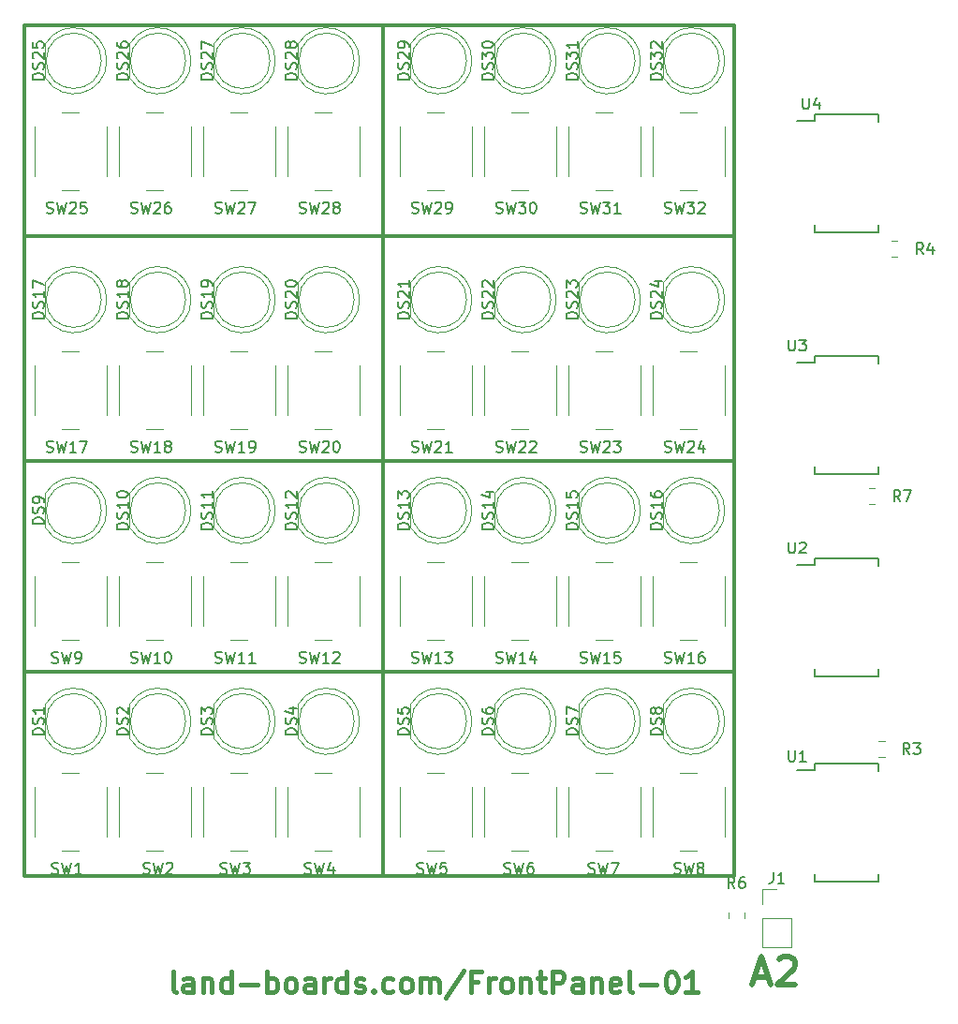
<source format=gto>
G04 #@! TF.GenerationSoftware,KiCad,Pcbnew,(5.0.2)-1*
G04 #@! TF.CreationDate,2019-09-25T12:04:41-04:00*
G04 #@! TF.ProjectId,FrontPanel,46726f6e-7450-4616-9e65-6c2e6b696361,X1*
G04 #@! TF.SameCoordinates,Original*
G04 #@! TF.FileFunction,Legend,Top*
G04 #@! TF.FilePolarity,Positive*
%FSLAX46Y46*%
G04 Gerber Fmt 4.6, Leading zero omitted, Abs format (unit mm)*
G04 Created by KiCad (PCBNEW (5.0.2)-1) date 9/25/2019 12:04:41 PM*
%MOMM*%
%LPD*%
G01*
G04 APERTURE LIST*
%ADD10C,0.317500*%
%ADD11C,0.508000*%
%ADD12C,0.381000*%
%ADD13C,0.120000*%
%ADD14C,0.150000*%
G04 APERTURE END LIST*
D10*
X54610000Y-15875000D02*
X54610000Y-92710000D01*
X22225000Y-34925000D02*
X86360000Y-34925000D01*
X22225000Y-55245000D02*
X86360000Y-55245000D01*
X22225000Y-74295000D02*
X86360000Y-74295000D01*
X22225000Y-15875000D02*
X22225000Y-92710000D01*
X86360000Y-15875000D02*
X22225000Y-15875000D01*
X86360000Y-92710000D02*
X86360000Y-15875000D01*
X22225000Y-92710000D02*
X86360000Y-92710000D01*
D11*
X88254114Y-101845533D02*
X89463638Y-101845533D01*
X88012209Y-102571247D02*
X88858876Y-100031247D01*
X89705542Y-102571247D01*
X90431257Y-100273152D02*
X90552209Y-100152200D01*
X90794114Y-100031247D01*
X91398876Y-100031247D01*
X91640780Y-100152200D01*
X91761733Y-100273152D01*
X91882685Y-100515057D01*
X91882685Y-100756961D01*
X91761733Y-101119819D01*
X90310304Y-102571247D01*
X91882685Y-102571247D01*
D12*
X35904714Y-103249185D02*
X35723285Y-103158471D01*
X35632571Y-102977042D01*
X35632571Y-101344185D01*
X37446857Y-103249185D02*
X37446857Y-102251328D01*
X37356142Y-102069900D01*
X37174714Y-101979185D01*
X36811857Y-101979185D01*
X36630428Y-102069900D01*
X37446857Y-103158471D02*
X37265428Y-103249185D01*
X36811857Y-103249185D01*
X36630428Y-103158471D01*
X36539714Y-102977042D01*
X36539714Y-102795614D01*
X36630428Y-102614185D01*
X36811857Y-102523471D01*
X37265428Y-102523471D01*
X37446857Y-102432757D01*
X38353999Y-101979185D02*
X38353999Y-103249185D01*
X38353999Y-102160614D02*
X38444714Y-102069900D01*
X38626142Y-101979185D01*
X38898285Y-101979185D01*
X39079714Y-102069900D01*
X39170428Y-102251328D01*
X39170428Y-103249185D01*
X40893999Y-103249185D02*
X40893999Y-101344185D01*
X40893999Y-103158471D02*
X40712571Y-103249185D01*
X40349714Y-103249185D01*
X40168285Y-103158471D01*
X40077571Y-103067757D01*
X39986857Y-102886328D01*
X39986857Y-102342042D01*
X40077571Y-102160614D01*
X40168285Y-102069900D01*
X40349714Y-101979185D01*
X40712571Y-101979185D01*
X40893999Y-102069900D01*
X41801142Y-102523471D02*
X43252571Y-102523471D01*
X44159714Y-103249185D02*
X44159714Y-101344185D01*
X44159714Y-102069900D02*
X44341142Y-101979185D01*
X44703999Y-101979185D01*
X44885428Y-102069900D01*
X44976142Y-102160614D01*
X45066857Y-102342042D01*
X45066857Y-102886328D01*
X44976142Y-103067757D01*
X44885428Y-103158471D01*
X44703999Y-103249185D01*
X44341142Y-103249185D01*
X44159714Y-103158471D01*
X46155428Y-103249185D02*
X45973999Y-103158471D01*
X45883285Y-103067757D01*
X45792571Y-102886328D01*
X45792571Y-102342042D01*
X45883285Y-102160614D01*
X45973999Y-102069900D01*
X46155428Y-101979185D01*
X46427571Y-101979185D01*
X46608999Y-102069900D01*
X46699714Y-102160614D01*
X46790428Y-102342042D01*
X46790428Y-102886328D01*
X46699714Y-103067757D01*
X46608999Y-103158471D01*
X46427571Y-103249185D01*
X46155428Y-103249185D01*
X48423285Y-103249185D02*
X48423285Y-102251328D01*
X48332571Y-102069900D01*
X48151142Y-101979185D01*
X47788285Y-101979185D01*
X47606857Y-102069900D01*
X48423285Y-103158471D02*
X48241857Y-103249185D01*
X47788285Y-103249185D01*
X47606857Y-103158471D01*
X47516142Y-102977042D01*
X47516142Y-102795614D01*
X47606857Y-102614185D01*
X47788285Y-102523471D01*
X48241857Y-102523471D01*
X48423285Y-102432757D01*
X49330428Y-103249185D02*
X49330428Y-101979185D01*
X49330428Y-102342042D02*
X49421142Y-102160614D01*
X49511857Y-102069900D01*
X49693285Y-101979185D01*
X49874714Y-101979185D01*
X51326142Y-103249185D02*
X51326142Y-101344185D01*
X51326142Y-103158471D02*
X51144714Y-103249185D01*
X50781857Y-103249185D01*
X50600428Y-103158471D01*
X50509714Y-103067757D01*
X50418999Y-102886328D01*
X50418999Y-102342042D01*
X50509714Y-102160614D01*
X50600428Y-102069900D01*
X50781857Y-101979185D01*
X51144714Y-101979185D01*
X51326142Y-102069900D01*
X52142571Y-103158471D02*
X52323999Y-103249185D01*
X52686857Y-103249185D01*
X52868285Y-103158471D01*
X52958999Y-102977042D01*
X52958999Y-102886328D01*
X52868285Y-102704900D01*
X52686857Y-102614185D01*
X52414714Y-102614185D01*
X52233285Y-102523471D01*
X52142571Y-102342042D01*
X52142571Y-102251328D01*
X52233285Y-102069900D01*
X52414714Y-101979185D01*
X52686857Y-101979185D01*
X52868285Y-102069900D01*
X53775428Y-103067757D02*
X53866142Y-103158471D01*
X53775428Y-103249185D01*
X53684714Y-103158471D01*
X53775428Y-103067757D01*
X53775428Y-103249185D01*
X55499000Y-103158471D02*
X55317571Y-103249185D01*
X54954714Y-103249185D01*
X54773285Y-103158471D01*
X54682571Y-103067757D01*
X54591857Y-102886328D01*
X54591857Y-102342042D01*
X54682571Y-102160614D01*
X54773285Y-102069900D01*
X54954714Y-101979185D01*
X55317571Y-101979185D01*
X55499000Y-102069900D01*
X56587571Y-103249185D02*
X56406142Y-103158471D01*
X56315428Y-103067757D01*
X56224714Y-102886328D01*
X56224714Y-102342042D01*
X56315428Y-102160614D01*
X56406142Y-102069900D01*
X56587571Y-101979185D01*
X56859714Y-101979185D01*
X57041142Y-102069900D01*
X57131857Y-102160614D01*
X57222571Y-102342042D01*
X57222571Y-102886328D01*
X57131857Y-103067757D01*
X57041142Y-103158471D01*
X56859714Y-103249185D01*
X56587571Y-103249185D01*
X58039000Y-103249185D02*
X58039000Y-101979185D01*
X58039000Y-102160614D02*
X58129714Y-102069900D01*
X58311142Y-101979185D01*
X58583285Y-101979185D01*
X58764714Y-102069900D01*
X58855428Y-102251328D01*
X58855428Y-103249185D01*
X58855428Y-102251328D02*
X58946142Y-102069900D01*
X59127571Y-101979185D01*
X59399714Y-101979185D01*
X59581142Y-102069900D01*
X59671857Y-102251328D01*
X59671857Y-103249185D01*
X61939714Y-101253471D02*
X60306857Y-103702757D01*
X63209714Y-102251328D02*
X62574714Y-102251328D01*
X62574714Y-103249185D02*
X62574714Y-101344185D01*
X63481857Y-101344185D01*
X64207571Y-103249185D02*
X64207571Y-101979185D01*
X64207571Y-102342042D02*
X64298285Y-102160614D01*
X64388999Y-102069900D01*
X64570428Y-101979185D01*
X64751857Y-101979185D01*
X65658999Y-103249185D02*
X65477571Y-103158471D01*
X65386857Y-103067757D01*
X65296142Y-102886328D01*
X65296142Y-102342042D01*
X65386857Y-102160614D01*
X65477571Y-102069900D01*
X65658999Y-101979185D01*
X65931142Y-101979185D01*
X66112571Y-102069900D01*
X66203285Y-102160614D01*
X66293999Y-102342042D01*
X66293999Y-102886328D01*
X66203285Y-103067757D01*
X66112571Y-103158471D01*
X65931142Y-103249185D01*
X65658999Y-103249185D01*
X67110428Y-101979185D02*
X67110428Y-103249185D01*
X67110428Y-102160614D02*
X67201142Y-102069900D01*
X67382571Y-101979185D01*
X67654714Y-101979185D01*
X67836142Y-102069900D01*
X67926857Y-102251328D01*
X67926857Y-103249185D01*
X68561857Y-101979185D02*
X69287571Y-101979185D01*
X68834000Y-101344185D02*
X68834000Y-102977042D01*
X68924714Y-103158471D01*
X69106142Y-103249185D01*
X69287571Y-103249185D01*
X69922571Y-103249185D02*
X69922571Y-101344185D01*
X70648285Y-101344185D01*
X70829714Y-101434900D01*
X70920428Y-101525614D01*
X71011142Y-101707042D01*
X71011142Y-101979185D01*
X70920428Y-102160614D01*
X70829714Y-102251328D01*
X70648285Y-102342042D01*
X69922571Y-102342042D01*
X72644000Y-103249185D02*
X72644000Y-102251328D01*
X72553285Y-102069900D01*
X72371857Y-101979185D01*
X72009000Y-101979185D01*
X71827571Y-102069900D01*
X72644000Y-103158471D02*
X72462571Y-103249185D01*
X72009000Y-103249185D01*
X71827571Y-103158471D01*
X71736857Y-102977042D01*
X71736857Y-102795614D01*
X71827571Y-102614185D01*
X72009000Y-102523471D01*
X72462571Y-102523471D01*
X72644000Y-102432757D01*
X73551142Y-101979185D02*
X73551142Y-103249185D01*
X73551142Y-102160614D02*
X73641857Y-102069900D01*
X73823285Y-101979185D01*
X74095428Y-101979185D01*
X74276857Y-102069900D01*
X74367571Y-102251328D01*
X74367571Y-103249185D01*
X76000428Y-103158471D02*
X75818999Y-103249185D01*
X75456142Y-103249185D01*
X75274714Y-103158471D01*
X75183999Y-102977042D01*
X75183999Y-102251328D01*
X75274714Y-102069900D01*
X75456142Y-101979185D01*
X75818999Y-101979185D01*
X76000428Y-102069900D01*
X76091142Y-102251328D01*
X76091142Y-102432757D01*
X75183999Y-102614185D01*
X77179714Y-103249185D02*
X76998285Y-103158471D01*
X76907571Y-102977042D01*
X76907571Y-101344185D01*
X77905428Y-102523471D02*
X79356857Y-102523471D01*
X80626857Y-101344185D02*
X80808285Y-101344185D01*
X80989714Y-101434900D01*
X81080428Y-101525614D01*
X81171142Y-101707042D01*
X81261857Y-102069900D01*
X81261857Y-102523471D01*
X81171142Y-102886328D01*
X81080428Y-103067757D01*
X80989714Y-103158471D01*
X80808285Y-103249185D01*
X80626857Y-103249185D01*
X80445428Y-103158471D01*
X80354714Y-103067757D01*
X80263999Y-102886328D01*
X80173285Y-102523471D01*
X80173285Y-102069900D01*
X80263999Y-101707042D01*
X80354714Y-101525614D01*
X80445428Y-101434900D01*
X80626857Y-101344185D01*
X83076142Y-103249185D02*
X81987571Y-103249185D01*
X82531857Y-103249185D02*
X82531857Y-101344185D01*
X82350428Y-101616328D01*
X82168999Y-101797757D01*
X81987571Y-101888471D01*
D13*
G04 #@! TO.C,DS1*
X24110000Y-77195000D02*
X24110000Y-80285000D01*
X29170000Y-78740000D02*
G75*
G03X29170000Y-78740000I-2500000J0D01*
G01*
X29660000Y-78739538D02*
G75*
G02X24110000Y-80284830I-2990000J-462D01*
G01*
X29660000Y-78740462D02*
G75*
G03X24110000Y-77195170I-2990000J462D01*
G01*
G04 #@! TO.C,DS2*
X37280000Y-78740462D02*
G75*
G03X31730000Y-77195170I-2990000J462D01*
G01*
X37280000Y-78739538D02*
G75*
G02X31730000Y-80284830I-2990000J-462D01*
G01*
X36790000Y-78740000D02*
G75*
G03X36790000Y-78740000I-2500000J0D01*
G01*
X31730000Y-77195000D02*
X31730000Y-80285000D01*
G04 #@! TO.C,DS3*
X39350000Y-77195000D02*
X39350000Y-80285000D01*
X44410000Y-78740000D02*
G75*
G03X44410000Y-78740000I-2500000J0D01*
G01*
X44900000Y-78739538D02*
G75*
G02X39350000Y-80284830I-2990000J-462D01*
G01*
X44900000Y-78740462D02*
G75*
G03X39350000Y-77195170I-2990000J462D01*
G01*
G04 #@! TO.C,DS4*
X52520000Y-78740462D02*
G75*
G03X46970000Y-77195170I-2990000J462D01*
G01*
X52520000Y-78739538D02*
G75*
G02X46970000Y-80284830I-2990000J-462D01*
G01*
X52030000Y-78740000D02*
G75*
G03X52030000Y-78740000I-2500000J0D01*
G01*
X46970000Y-77195000D02*
X46970000Y-80285000D01*
G04 #@! TO.C,DS5*
X57130000Y-77195000D02*
X57130000Y-80285000D01*
X62190000Y-78740000D02*
G75*
G03X62190000Y-78740000I-2500000J0D01*
G01*
X62680000Y-78739538D02*
G75*
G02X57130000Y-80284830I-2990000J-462D01*
G01*
X62680000Y-78740462D02*
G75*
G03X57130000Y-77195170I-2990000J462D01*
G01*
G04 #@! TO.C,DS6*
X70300000Y-78740462D02*
G75*
G03X64750000Y-77195170I-2990000J462D01*
G01*
X70300000Y-78739538D02*
G75*
G02X64750000Y-80284830I-2990000J-462D01*
G01*
X69810000Y-78740000D02*
G75*
G03X69810000Y-78740000I-2500000J0D01*
G01*
X64750000Y-77195000D02*
X64750000Y-80285000D01*
G04 #@! TO.C,DS7*
X72370000Y-77195000D02*
X72370000Y-80285000D01*
X77430000Y-78740000D02*
G75*
G03X77430000Y-78740000I-2500000J0D01*
G01*
X77920000Y-78739538D02*
G75*
G02X72370000Y-80284830I-2990000J-462D01*
G01*
X77920000Y-78740462D02*
G75*
G03X72370000Y-77195170I-2990000J462D01*
G01*
G04 #@! TO.C,DS8*
X85540000Y-78740462D02*
G75*
G03X79990000Y-77195170I-2990000J462D01*
G01*
X85540000Y-78739538D02*
G75*
G02X79990000Y-80284830I-2990000J-462D01*
G01*
X85050000Y-78740000D02*
G75*
G03X85050000Y-78740000I-2500000J0D01*
G01*
X79990000Y-77195000D02*
X79990000Y-80285000D01*
G04 #@! TO.C,DS9*
X24110000Y-58145000D02*
X24110000Y-61235000D01*
X29170000Y-59690000D02*
G75*
G03X29170000Y-59690000I-2500000J0D01*
G01*
X29660000Y-59689538D02*
G75*
G02X24110000Y-61234830I-2990000J-462D01*
G01*
X29660000Y-59690462D02*
G75*
G03X24110000Y-58145170I-2990000J462D01*
G01*
G04 #@! TO.C,DS10*
X37280000Y-59690462D02*
G75*
G03X31730000Y-58145170I-2990000J462D01*
G01*
X37280000Y-59689538D02*
G75*
G02X31730000Y-61234830I-2990000J-462D01*
G01*
X36790000Y-59690000D02*
G75*
G03X36790000Y-59690000I-2500000J0D01*
G01*
X31730000Y-58145000D02*
X31730000Y-61235000D01*
G04 #@! TO.C,DS11*
X39350000Y-58145000D02*
X39350000Y-61235000D01*
X44410000Y-59690000D02*
G75*
G03X44410000Y-59690000I-2500000J0D01*
G01*
X44900000Y-59689538D02*
G75*
G02X39350000Y-61234830I-2990000J-462D01*
G01*
X44900000Y-59690462D02*
G75*
G03X39350000Y-58145170I-2990000J462D01*
G01*
G04 #@! TO.C,DS12*
X52520000Y-59690462D02*
G75*
G03X46970000Y-58145170I-2990000J462D01*
G01*
X52520000Y-59689538D02*
G75*
G02X46970000Y-61234830I-2990000J-462D01*
G01*
X52030000Y-59690000D02*
G75*
G03X52030000Y-59690000I-2500000J0D01*
G01*
X46970000Y-58145000D02*
X46970000Y-61235000D01*
G04 #@! TO.C,DS13*
X57130000Y-58145000D02*
X57130000Y-61235000D01*
X62190000Y-59690000D02*
G75*
G03X62190000Y-59690000I-2500000J0D01*
G01*
X62680000Y-59689538D02*
G75*
G02X57130000Y-61234830I-2990000J-462D01*
G01*
X62680000Y-59690462D02*
G75*
G03X57130000Y-58145170I-2990000J462D01*
G01*
G04 #@! TO.C,DS14*
X70300000Y-59690462D02*
G75*
G03X64750000Y-58145170I-2990000J462D01*
G01*
X70300000Y-59689538D02*
G75*
G02X64750000Y-61234830I-2990000J-462D01*
G01*
X69810000Y-59690000D02*
G75*
G03X69810000Y-59690000I-2500000J0D01*
G01*
X64750000Y-58145000D02*
X64750000Y-61235000D01*
G04 #@! TO.C,DS15*
X72370000Y-58145000D02*
X72370000Y-61235000D01*
X77430000Y-59690000D02*
G75*
G03X77430000Y-59690000I-2500000J0D01*
G01*
X77920000Y-59689538D02*
G75*
G02X72370000Y-61234830I-2990000J-462D01*
G01*
X77920000Y-59690462D02*
G75*
G03X72370000Y-58145170I-2990000J462D01*
G01*
G04 #@! TO.C,DS16*
X85540000Y-59690462D02*
G75*
G03X79990000Y-58145170I-2990000J462D01*
G01*
X85540000Y-59689538D02*
G75*
G02X79990000Y-61234830I-2990000J-462D01*
G01*
X85050000Y-59690000D02*
G75*
G03X85050000Y-59690000I-2500000J0D01*
G01*
X79990000Y-58145000D02*
X79990000Y-61235000D01*
G04 #@! TO.C,DS17*
X24110000Y-39095000D02*
X24110000Y-42185000D01*
X29170000Y-40640000D02*
G75*
G03X29170000Y-40640000I-2500000J0D01*
G01*
X29660000Y-40639538D02*
G75*
G02X24110000Y-42184830I-2990000J-462D01*
G01*
X29660000Y-40640462D02*
G75*
G03X24110000Y-39095170I-2990000J462D01*
G01*
G04 #@! TO.C,DS18*
X31730000Y-39095000D02*
X31730000Y-42185000D01*
X36790000Y-40640000D02*
G75*
G03X36790000Y-40640000I-2500000J0D01*
G01*
X37280000Y-40639538D02*
G75*
G02X31730000Y-42184830I-2990000J-462D01*
G01*
X37280000Y-40640462D02*
G75*
G03X31730000Y-39095170I-2990000J462D01*
G01*
G04 #@! TO.C,DS19*
X39350000Y-39095000D02*
X39350000Y-42185000D01*
X44410000Y-40640000D02*
G75*
G03X44410000Y-40640000I-2500000J0D01*
G01*
X44900000Y-40639538D02*
G75*
G02X39350000Y-42184830I-2990000J-462D01*
G01*
X44900000Y-40640462D02*
G75*
G03X39350000Y-39095170I-2990000J462D01*
G01*
G04 #@! TO.C,DS20*
X52520000Y-40640462D02*
G75*
G03X46970000Y-39095170I-2990000J462D01*
G01*
X52520000Y-40639538D02*
G75*
G02X46970000Y-42184830I-2990000J-462D01*
G01*
X52030000Y-40640000D02*
G75*
G03X52030000Y-40640000I-2500000J0D01*
G01*
X46970000Y-39095000D02*
X46970000Y-42185000D01*
G04 #@! TO.C,DS21*
X57130000Y-39095000D02*
X57130000Y-42185000D01*
X62190000Y-40640000D02*
G75*
G03X62190000Y-40640000I-2500000J0D01*
G01*
X62680000Y-40639538D02*
G75*
G02X57130000Y-42184830I-2990000J-462D01*
G01*
X62680000Y-40640462D02*
G75*
G03X57130000Y-39095170I-2990000J462D01*
G01*
G04 #@! TO.C,DS22*
X70300000Y-40640462D02*
G75*
G03X64750000Y-39095170I-2990000J462D01*
G01*
X70300000Y-40639538D02*
G75*
G02X64750000Y-42184830I-2990000J-462D01*
G01*
X69810000Y-40640000D02*
G75*
G03X69810000Y-40640000I-2500000J0D01*
G01*
X64750000Y-39095000D02*
X64750000Y-42185000D01*
G04 #@! TO.C,DS23*
X72370000Y-39095000D02*
X72370000Y-42185000D01*
X77430000Y-40640000D02*
G75*
G03X77430000Y-40640000I-2500000J0D01*
G01*
X77920000Y-40639538D02*
G75*
G02X72370000Y-42184830I-2990000J-462D01*
G01*
X77920000Y-40640462D02*
G75*
G03X72370000Y-39095170I-2990000J462D01*
G01*
G04 #@! TO.C,DS24*
X85540000Y-40640462D02*
G75*
G03X79990000Y-39095170I-2990000J462D01*
G01*
X85540000Y-40639538D02*
G75*
G02X79990000Y-42184830I-2990000J-462D01*
G01*
X85050000Y-40640000D02*
G75*
G03X85050000Y-40640000I-2500000J0D01*
G01*
X79990000Y-39095000D02*
X79990000Y-42185000D01*
G04 #@! TO.C,DS25*
X29660000Y-19050462D02*
G75*
G03X24110000Y-17505170I-2990000J462D01*
G01*
X29660000Y-19049538D02*
G75*
G02X24110000Y-20594830I-2990000J-462D01*
G01*
X29170000Y-19050000D02*
G75*
G03X29170000Y-19050000I-2500000J0D01*
G01*
X24110000Y-17505000D02*
X24110000Y-20595000D01*
G04 #@! TO.C,DS26*
X37280000Y-19050462D02*
G75*
G03X31730000Y-17505170I-2990000J462D01*
G01*
X37280000Y-19049538D02*
G75*
G02X31730000Y-20594830I-2990000J-462D01*
G01*
X36790000Y-19050000D02*
G75*
G03X36790000Y-19050000I-2500000J0D01*
G01*
X31730000Y-17505000D02*
X31730000Y-20595000D01*
G04 #@! TO.C,DS27*
X39350000Y-17505000D02*
X39350000Y-20595000D01*
X44410000Y-19050000D02*
G75*
G03X44410000Y-19050000I-2500000J0D01*
G01*
X44900000Y-19049538D02*
G75*
G02X39350000Y-20594830I-2990000J-462D01*
G01*
X44900000Y-19050462D02*
G75*
G03X39350000Y-17505170I-2990000J462D01*
G01*
G04 #@! TO.C,DS28*
X52520000Y-19050462D02*
G75*
G03X46970000Y-17505170I-2990000J462D01*
G01*
X52520000Y-19049538D02*
G75*
G02X46970000Y-20594830I-2990000J-462D01*
G01*
X52030000Y-19050000D02*
G75*
G03X52030000Y-19050000I-2500000J0D01*
G01*
X46970000Y-17505000D02*
X46970000Y-20595000D01*
G04 #@! TO.C,DS29*
X57130000Y-17505000D02*
X57130000Y-20595000D01*
X62190000Y-19050000D02*
G75*
G03X62190000Y-19050000I-2500000J0D01*
G01*
X62680000Y-19049538D02*
G75*
G02X57130000Y-20594830I-2990000J-462D01*
G01*
X62680000Y-19050462D02*
G75*
G03X57130000Y-17505170I-2990000J462D01*
G01*
G04 #@! TO.C,DS30*
X64750000Y-17505000D02*
X64750000Y-20595000D01*
X69810000Y-19050000D02*
G75*
G03X69810000Y-19050000I-2500000J0D01*
G01*
X70300000Y-19049538D02*
G75*
G02X64750000Y-20594830I-2990000J-462D01*
G01*
X70300000Y-19050462D02*
G75*
G03X64750000Y-17505170I-2990000J462D01*
G01*
G04 #@! TO.C,DS31*
X77920000Y-19050462D02*
G75*
G03X72370000Y-17505170I-2990000J462D01*
G01*
X77920000Y-19049538D02*
G75*
G02X72370000Y-20594830I-2990000J-462D01*
G01*
X77430000Y-19050000D02*
G75*
G03X77430000Y-19050000I-2500000J0D01*
G01*
X72370000Y-17505000D02*
X72370000Y-20595000D01*
G04 #@! TO.C,DS32*
X85540000Y-19050462D02*
G75*
G03X79990000Y-17505170I-2990000J462D01*
G01*
X85540000Y-19049538D02*
G75*
G02X79990000Y-20594830I-2990000J-462D01*
G01*
X85050000Y-19050000D02*
G75*
G03X85050000Y-19050000I-2500000J0D01*
G01*
X79990000Y-17505000D02*
X79990000Y-20595000D01*
G04 #@! TO.C,J1*
X88903500Y-99120000D02*
X91563500Y-99120000D01*
X88903500Y-96520000D02*
X88903500Y-99120000D01*
X91563500Y-96520000D02*
X91563500Y-99120000D01*
X88903500Y-96520000D02*
X91563500Y-96520000D01*
X88903500Y-95250000D02*
X88903500Y-93920000D01*
X88903500Y-93920000D02*
X90233500Y-93920000D01*
G04 #@! TO.C,R3*
X99981652Y-80544600D02*
X99459148Y-80544600D01*
X99981652Y-81964600D02*
X99459148Y-81964600D01*
G04 #@! TO.C,R4*
X101099252Y-36778000D02*
X100576748Y-36778000D01*
X101099252Y-35358000D02*
X100576748Y-35358000D01*
G04 #@! TO.C,R6*
X85904000Y-96004748D02*
X85904000Y-96527252D01*
X87324000Y-96004748D02*
X87324000Y-96527252D01*
G04 #@! TO.C,R7*
X98544748Y-57710000D02*
X99067252Y-57710000D01*
X98544748Y-59130000D02*
X99067252Y-59130000D01*
G04 #@! TO.C,SW1*
X29630000Y-89170000D02*
X29630000Y-84670000D01*
X25630000Y-90420000D02*
X27130000Y-90420000D01*
X23130000Y-84670000D02*
X23130000Y-89170000D01*
X27130000Y-83420000D02*
X25630000Y-83420000D01*
G04 #@! TO.C,SW2*
X34750000Y-83420000D02*
X33250000Y-83420000D01*
X30750000Y-84670000D02*
X30750000Y-89170000D01*
X33250000Y-90420000D02*
X34750000Y-90420000D01*
X37250000Y-89170000D02*
X37250000Y-84670000D01*
G04 #@! TO.C,SW3*
X44870000Y-89170000D02*
X44870000Y-84670000D01*
X40870000Y-90420000D02*
X42370000Y-90420000D01*
X38370000Y-84670000D02*
X38370000Y-89170000D01*
X42370000Y-83420000D02*
X40870000Y-83420000D01*
G04 #@! TO.C,SW4*
X49990000Y-83420000D02*
X48490000Y-83420000D01*
X45990000Y-84670000D02*
X45990000Y-89170000D01*
X48490000Y-90420000D02*
X49990000Y-90420000D01*
X52490000Y-89170000D02*
X52490000Y-84670000D01*
G04 #@! TO.C,SW5*
X62650000Y-89170000D02*
X62650000Y-84670000D01*
X58650000Y-90420000D02*
X60150000Y-90420000D01*
X56150000Y-84670000D02*
X56150000Y-89170000D01*
X60150000Y-83420000D02*
X58650000Y-83420000D01*
G04 #@! TO.C,SW6*
X67770000Y-83420000D02*
X66270000Y-83420000D01*
X63770000Y-84670000D02*
X63770000Y-89170000D01*
X66270000Y-90420000D02*
X67770000Y-90420000D01*
X70270000Y-89170000D02*
X70270000Y-84670000D01*
G04 #@! TO.C,SW7*
X77890000Y-89170000D02*
X77890000Y-84670000D01*
X73890000Y-90420000D02*
X75390000Y-90420000D01*
X71390000Y-84670000D02*
X71390000Y-89170000D01*
X75390000Y-83420000D02*
X73890000Y-83420000D01*
G04 #@! TO.C,SW8*
X83010000Y-83420000D02*
X81510000Y-83420000D01*
X79010000Y-84670000D02*
X79010000Y-89170000D01*
X81510000Y-90420000D02*
X83010000Y-90420000D01*
X85510000Y-89170000D02*
X85510000Y-84670000D01*
G04 #@! TO.C,SW9*
X29630000Y-70120000D02*
X29630000Y-65620000D01*
X25630000Y-71370000D02*
X27130000Y-71370000D01*
X23130000Y-65620000D02*
X23130000Y-70120000D01*
X27130000Y-64370000D02*
X25630000Y-64370000D01*
G04 #@! TO.C,SW10*
X34750000Y-64370000D02*
X33250000Y-64370000D01*
X30750000Y-65620000D02*
X30750000Y-70120000D01*
X33250000Y-71370000D02*
X34750000Y-71370000D01*
X37250000Y-70120000D02*
X37250000Y-65620000D01*
G04 #@! TO.C,SW11*
X44870000Y-70120000D02*
X44870000Y-65620000D01*
X40870000Y-71370000D02*
X42370000Y-71370000D01*
X38370000Y-65620000D02*
X38370000Y-70120000D01*
X42370000Y-64370000D02*
X40870000Y-64370000D01*
G04 #@! TO.C,SW12*
X49990000Y-64370000D02*
X48490000Y-64370000D01*
X45990000Y-65620000D02*
X45990000Y-70120000D01*
X48490000Y-71370000D02*
X49990000Y-71370000D01*
X52490000Y-70120000D02*
X52490000Y-65620000D01*
G04 #@! TO.C,SW13*
X62650000Y-70120000D02*
X62650000Y-65620000D01*
X58650000Y-71370000D02*
X60150000Y-71370000D01*
X56150000Y-65620000D02*
X56150000Y-70120000D01*
X60150000Y-64370000D02*
X58650000Y-64370000D01*
G04 #@! TO.C,SW14*
X67770000Y-64370000D02*
X66270000Y-64370000D01*
X63770000Y-65620000D02*
X63770000Y-70120000D01*
X66270000Y-71370000D02*
X67770000Y-71370000D01*
X70270000Y-70120000D02*
X70270000Y-65620000D01*
G04 #@! TO.C,SW15*
X75390000Y-64370000D02*
X73890000Y-64370000D01*
X71390000Y-65620000D02*
X71390000Y-70120000D01*
X73890000Y-71370000D02*
X75390000Y-71370000D01*
X77890000Y-70120000D02*
X77890000Y-65620000D01*
G04 #@! TO.C,SW16*
X83010000Y-64370000D02*
X81510000Y-64370000D01*
X79010000Y-65620000D02*
X79010000Y-70120000D01*
X81510000Y-71370000D02*
X83010000Y-71370000D01*
X85510000Y-70120000D02*
X85510000Y-65620000D01*
G04 #@! TO.C,SW17*
X29630000Y-51070000D02*
X29630000Y-46570000D01*
X25630000Y-52320000D02*
X27130000Y-52320000D01*
X23130000Y-46570000D02*
X23130000Y-51070000D01*
X27130000Y-45320000D02*
X25630000Y-45320000D01*
G04 #@! TO.C,SW18*
X34750000Y-45320000D02*
X33250000Y-45320000D01*
X30750000Y-46570000D02*
X30750000Y-51070000D01*
X33250000Y-52320000D02*
X34750000Y-52320000D01*
X37250000Y-51070000D02*
X37250000Y-46570000D01*
G04 #@! TO.C,SW19*
X44870000Y-51070000D02*
X44870000Y-46570000D01*
X40870000Y-52320000D02*
X42370000Y-52320000D01*
X38370000Y-46570000D02*
X38370000Y-51070000D01*
X42370000Y-45320000D02*
X40870000Y-45320000D01*
G04 #@! TO.C,SW20*
X49990000Y-45320000D02*
X48490000Y-45320000D01*
X45990000Y-46570000D02*
X45990000Y-51070000D01*
X48490000Y-52320000D02*
X49990000Y-52320000D01*
X52490000Y-51070000D02*
X52490000Y-46570000D01*
G04 #@! TO.C,SW21*
X62650000Y-51070000D02*
X62650000Y-46570000D01*
X58650000Y-52320000D02*
X60150000Y-52320000D01*
X56150000Y-46570000D02*
X56150000Y-51070000D01*
X60150000Y-45320000D02*
X58650000Y-45320000D01*
G04 #@! TO.C,SW22*
X67770000Y-45320000D02*
X66270000Y-45320000D01*
X63770000Y-46570000D02*
X63770000Y-51070000D01*
X66270000Y-52320000D02*
X67770000Y-52320000D01*
X70270000Y-51070000D02*
X70270000Y-46570000D01*
G04 #@! TO.C,SW23*
X77890000Y-51070000D02*
X77890000Y-46570000D01*
X73890000Y-52320000D02*
X75390000Y-52320000D01*
X71390000Y-46570000D02*
X71390000Y-51070000D01*
X75390000Y-45320000D02*
X73890000Y-45320000D01*
G04 #@! TO.C,SW24*
X85510000Y-51070000D02*
X85510000Y-46570000D01*
X81510000Y-52320000D02*
X83010000Y-52320000D01*
X79010000Y-46570000D02*
X79010000Y-51070000D01*
X83010000Y-45320000D02*
X81510000Y-45320000D01*
G04 #@! TO.C,SW25*
X29630000Y-29480000D02*
X29630000Y-24980000D01*
X25630000Y-30730000D02*
X27130000Y-30730000D01*
X23130000Y-24980000D02*
X23130000Y-29480000D01*
X27130000Y-23730000D02*
X25630000Y-23730000D01*
G04 #@! TO.C,SW26*
X34750000Y-23730000D02*
X33250000Y-23730000D01*
X30750000Y-24980000D02*
X30750000Y-29480000D01*
X33250000Y-30730000D02*
X34750000Y-30730000D01*
X37250000Y-29480000D02*
X37250000Y-24980000D01*
G04 #@! TO.C,SW27*
X44870000Y-29480000D02*
X44870000Y-24980000D01*
X40870000Y-30730000D02*
X42370000Y-30730000D01*
X38370000Y-24980000D02*
X38370000Y-29480000D01*
X42370000Y-23730000D02*
X40870000Y-23730000D01*
G04 #@! TO.C,SW28*
X49990000Y-23730000D02*
X48490000Y-23730000D01*
X45990000Y-24980000D02*
X45990000Y-29480000D01*
X48490000Y-30730000D02*
X49990000Y-30730000D01*
X52490000Y-29480000D02*
X52490000Y-24980000D01*
G04 #@! TO.C,SW29*
X62650000Y-29480000D02*
X62650000Y-24980000D01*
X58650000Y-30730000D02*
X60150000Y-30730000D01*
X56150000Y-24980000D02*
X56150000Y-29480000D01*
X60150000Y-23730000D02*
X58650000Y-23730000D01*
G04 #@! TO.C,SW30*
X67770000Y-23730000D02*
X66270000Y-23730000D01*
X63770000Y-24980000D02*
X63770000Y-29480000D01*
X66270000Y-30730000D02*
X67770000Y-30730000D01*
X70270000Y-29480000D02*
X70270000Y-24980000D01*
G04 #@! TO.C,SW31*
X77890000Y-29480000D02*
X77890000Y-24980000D01*
X73890000Y-30730000D02*
X75390000Y-30730000D01*
X71390000Y-24980000D02*
X71390000Y-29480000D01*
X75390000Y-23730000D02*
X73890000Y-23730000D01*
G04 #@! TO.C,SW32*
X83010000Y-23730000D02*
X81510000Y-23730000D01*
X79010000Y-24980000D02*
X79010000Y-29480000D01*
X81510000Y-30730000D02*
X83010000Y-30730000D01*
X85510000Y-29480000D02*
X85510000Y-24980000D01*
D14*
G04 #@! TO.C,U1*
X93645000Y-83134000D02*
X92045000Y-83134000D01*
X93645000Y-93209000D02*
X99395000Y-93209000D01*
X93645000Y-82559000D02*
X99395000Y-82559000D01*
X93645000Y-93209000D02*
X93645000Y-92559000D01*
X99395000Y-93209000D02*
X99395000Y-92559000D01*
X99395000Y-82559000D02*
X99395000Y-83209000D01*
X93645000Y-82559000D02*
X93645000Y-83134000D01*
G04 #@! TO.C,U2*
X93645000Y-64017000D02*
X93645000Y-64592000D01*
X99395000Y-64017000D02*
X99395000Y-64667000D01*
X99395000Y-74667000D02*
X99395000Y-74017000D01*
X93645000Y-74667000D02*
X93645000Y-74017000D01*
X93645000Y-64017000D02*
X99395000Y-64017000D01*
X93645000Y-74667000D02*
X99395000Y-74667000D01*
X93645000Y-64592000D02*
X92045000Y-64592000D01*
G04 #@! TO.C,U3*
X93645000Y-46304000D02*
X92045000Y-46304000D01*
X93645000Y-56379000D02*
X99395000Y-56379000D01*
X93645000Y-45729000D02*
X99395000Y-45729000D01*
X93645000Y-56379000D02*
X93645000Y-55729000D01*
X99395000Y-56379000D02*
X99395000Y-55729000D01*
X99395000Y-45729000D02*
X99395000Y-46379000D01*
X93645000Y-45729000D02*
X93645000Y-46304000D01*
G04 #@! TO.C,U4*
X93645000Y-23885000D02*
X93645000Y-24460000D01*
X99395000Y-23885000D02*
X99395000Y-24535000D01*
X99395000Y-34535000D02*
X99395000Y-33885000D01*
X93645000Y-34535000D02*
X93645000Y-33885000D01*
X93645000Y-23885000D02*
X99395000Y-23885000D01*
X93645000Y-34535000D02*
X99395000Y-34535000D01*
X93645000Y-24460000D02*
X92045000Y-24460000D01*
G04 #@! TO.C,DS1*
X23947380Y-79954285D02*
X22947380Y-79954285D01*
X22947380Y-79716190D01*
X22995000Y-79573333D01*
X23090238Y-79478095D01*
X23185476Y-79430476D01*
X23375952Y-79382857D01*
X23518809Y-79382857D01*
X23709285Y-79430476D01*
X23804523Y-79478095D01*
X23899761Y-79573333D01*
X23947380Y-79716190D01*
X23947380Y-79954285D01*
X23899761Y-79001904D02*
X23947380Y-78859047D01*
X23947380Y-78620952D01*
X23899761Y-78525714D01*
X23852142Y-78478095D01*
X23756904Y-78430476D01*
X23661666Y-78430476D01*
X23566428Y-78478095D01*
X23518809Y-78525714D01*
X23471190Y-78620952D01*
X23423571Y-78811428D01*
X23375952Y-78906666D01*
X23328333Y-78954285D01*
X23233095Y-79001904D01*
X23137857Y-79001904D01*
X23042619Y-78954285D01*
X22995000Y-78906666D01*
X22947380Y-78811428D01*
X22947380Y-78573333D01*
X22995000Y-78430476D01*
X23947380Y-77478095D02*
X23947380Y-78049523D01*
X23947380Y-77763809D02*
X22947380Y-77763809D01*
X23090238Y-77859047D01*
X23185476Y-77954285D01*
X23233095Y-78049523D01*
G04 #@! TO.C,DS2*
X31567380Y-79954285D02*
X30567380Y-79954285D01*
X30567380Y-79716190D01*
X30615000Y-79573333D01*
X30710238Y-79478095D01*
X30805476Y-79430476D01*
X30995952Y-79382857D01*
X31138809Y-79382857D01*
X31329285Y-79430476D01*
X31424523Y-79478095D01*
X31519761Y-79573333D01*
X31567380Y-79716190D01*
X31567380Y-79954285D01*
X31519761Y-79001904D02*
X31567380Y-78859047D01*
X31567380Y-78620952D01*
X31519761Y-78525714D01*
X31472142Y-78478095D01*
X31376904Y-78430476D01*
X31281666Y-78430476D01*
X31186428Y-78478095D01*
X31138809Y-78525714D01*
X31091190Y-78620952D01*
X31043571Y-78811428D01*
X30995952Y-78906666D01*
X30948333Y-78954285D01*
X30853095Y-79001904D01*
X30757857Y-79001904D01*
X30662619Y-78954285D01*
X30615000Y-78906666D01*
X30567380Y-78811428D01*
X30567380Y-78573333D01*
X30615000Y-78430476D01*
X30662619Y-78049523D02*
X30615000Y-78001904D01*
X30567380Y-77906666D01*
X30567380Y-77668571D01*
X30615000Y-77573333D01*
X30662619Y-77525714D01*
X30757857Y-77478095D01*
X30853095Y-77478095D01*
X30995952Y-77525714D01*
X31567380Y-78097142D01*
X31567380Y-77478095D01*
G04 #@! TO.C,DS3*
X39187380Y-79954285D02*
X38187380Y-79954285D01*
X38187380Y-79716190D01*
X38235000Y-79573333D01*
X38330238Y-79478095D01*
X38425476Y-79430476D01*
X38615952Y-79382857D01*
X38758809Y-79382857D01*
X38949285Y-79430476D01*
X39044523Y-79478095D01*
X39139761Y-79573333D01*
X39187380Y-79716190D01*
X39187380Y-79954285D01*
X39139761Y-79001904D02*
X39187380Y-78859047D01*
X39187380Y-78620952D01*
X39139761Y-78525714D01*
X39092142Y-78478095D01*
X38996904Y-78430476D01*
X38901666Y-78430476D01*
X38806428Y-78478095D01*
X38758809Y-78525714D01*
X38711190Y-78620952D01*
X38663571Y-78811428D01*
X38615952Y-78906666D01*
X38568333Y-78954285D01*
X38473095Y-79001904D01*
X38377857Y-79001904D01*
X38282619Y-78954285D01*
X38235000Y-78906666D01*
X38187380Y-78811428D01*
X38187380Y-78573333D01*
X38235000Y-78430476D01*
X38187380Y-78097142D02*
X38187380Y-77478095D01*
X38568333Y-77811428D01*
X38568333Y-77668571D01*
X38615952Y-77573333D01*
X38663571Y-77525714D01*
X38758809Y-77478095D01*
X38996904Y-77478095D01*
X39092142Y-77525714D01*
X39139761Y-77573333D01*
X39187380Y-77668571D01*
X39187380Y-77954285D01*
X39139761Y-78049523D01*
X39092142Y-78097142D01*
G04 #@! TO.C,DS4*
X46807380Y-79954285D02*
X45807380Y-79954285D01*
X45807380Y-79716190D01*
X45855000Y-79573333D01*
X45950238Y-79478095D01*
X46045476Y-79430476D01*
X46235952Y-79382857D01*
X46378809Y-79382857D01*
X46569285Y-79430476D01*
X46664523Y-79478095D01*
X46759761Y-79573333D01*
X46807380Y-79716190D01*
X46807380Y-79954285D01*
X46759761Y-79001904D02*
X46807380Y-78859047D01*
X46807380Y-78620952D01*
X46759761Y-78525714D01*
X46712142Y-78478095D01*
X46616904Y-78430476D01*
X46521666Y-78430476D01*
X46426428Y-78478095D01*
X46378809Y-78525714D01*
X46331190Y-78620952D01*
X46283571Y-78811428D01*
X46235952Y-78906666D01*
X46188333Y-78954285D01*
X46093095Y-79001904D01*
X45997857Y-79001904D01*
X45902619Y-78954285D01*
X45855000Y-78906666D01*
X45807380Y-78811428D01*
X45807380Y-78573333D01*
X45855000Y-78430476D01*
X46140714Y-77573333D02*
X46807380Y-77573333D01*
X45759761Y-77811428D02*
X46474047Y-78049523D01*
X46474047Y-77430476D01*
G04 #@! TO.C,DS5*
X56967380Y-79954285D02*
X55967380Y-79954285D01*
X55967380Y-79716190D01*
X56015000Y-79573333D01*
X56110238Y-79478095D01*
X56205476Y-79430476D01*
X56395952Y-79382857D01*
X56538809Y-79382857D01*
X56729285Y-79430476D01*
X56824523Y-79478095D01*
X56919761Y-79573333D01*
X56967380Y-79716190D01*
X56967380Y-79954285D01*
X56919761Y-79001904D02*
X56967380Y-78859047D01*
X56967380Y-78620952D01*
X56919761Y-78525714D01*
X56872142Y-78478095D01*
X56776904Y-78430476D01*
X56681666Y-78430476D01*
X56586428Y-78478095D01*
X56538809Y-78525714D01*
X56491190Y-78620952D01*
X56443571Y-78811428D01*
X56395952Y-78906666D01*
X56348333Y-78954285D01*
X56253095Y-79001904D01*
X56157857Y-79001904D01*
X56062619Y-78954285D01*
X56015000Y-78906666D01*
X55967380Y-78811428D01*
X55967380Y-78573333D01*
X56015000Y-78430476D01*
X55967380Y-77525714D02*
X55967380Y-78001904D01*
X56443571Y-78049523D01*
X56395952Y-78001904D01*
X56348333Y-77906666D01*
X56348333Y-77668571D01*
X56395952Y-77573333D01*
X56443571Y-77525714D01*
X56538809Y-77478095D01*
X56776904Y-77478095D01*
X56872142Y-77525714D01*
X56919761Y-77573333D01*
X56967380Y-77668571D01*
X56967380Y-77906666D01*
X56919761Y-78001904D01*
X56872142Y-78049523D01*
G04 #@! TO.C,DS6*
X64587380Y-79954285D02*
X63587380Y-79954285D01*
X63587380Y-79716190D01*
X63635000Y-79573333D01*
X63730238Y-79478095D01*
X63825476Y-79430476D01*
X64015952Y-79382857D01*
X64158809Y-79382857D01*
X64349285Y-79430476D01*
X64444523Y-79478095D01*
X64539761Y-79573333D01*
X64587380Y-79716190D01*
X64587380Y-79954285D01*
X64539761Y-79001904D02*
X64587380Y-78859047D01*
X64587380Y-78620952D01*
X64539761Y-78525714D01*
X64492142Y-78478095D01*
X64396904Y-78430476D01*
X64301666Y-78430476D01*
X64206428Y-78478095D01*
X64158809Y-78525714D01*
X64111190Y-78620952D01*
X64063571Y-78811428D01*
X64015952Y-78906666D01*
X63968333Y-78954285D01*
X63873095Y-79001904D01*
X63777857Y-79001904D01*
X63682619Y-78954285D01*
X63635000Y-78906666D01*
X63587380Y-78811428D01*
X63587380Y-78573333D01*
X63635000Y-78430476D01*
X63587380Y-77573333D02*
X63587380Y-77763809D01*
X63635000Y-77859047D01*
X63682619Y-77906666D01*
X63825476Y-78001904D01*
X64015952Y-78049523D01*
X64396904Y-78049523D01*
X64492142Y-78001904D01*
X64539761Y-77954285D01*
X64587380Y-77859047D01*
X64587380Y-77668571D01*
X64539761Y-77573333D01*
X64492142Y-77525714D01*
X64396904Y-77478095D01*
X64158809Y-77478095D01*
X64063571Y-77525714D01*
X64015952Y-77573333D01*
X63968333Y-77668571D01*
X63968333Y-77859047D01*
X64015952Y-77954285D01*
X64063571Y-78001904D01*
X64158809Y-78049523D01*
G04 #@! TO.C,DS7*
X72207380Y-79954285D02*
X71207380Y-79954285D01*
X71207380Y-79716190D01*
X71255000Y-79573333D01*
X71350238Y-79478095D01*
X71445476Y-79430476D01*
X71635952Y-79382857D01*
X71778809Y-79382857D01*
X71969285Y-79430476D01*
X72064523Y-79478095D01*
X72159761Y-79573333D01*
X72207380Y-79716190D01*
X72207380Y-79954285D01*
X72159761Y-79001904D02*
X72207380Y-78859047D01*
X72207380Y-78620952D01*
X72159761Y-78525714D01*
X72112142Y-78478095D01*
X72016904Y-78430476D01*
X71921666Y-78430476D01*
X71826428Y-78478095D01*
X71778809Y-78525714D01*
X71731190Y-78620952D01*
X71683571Y-78811428D01*
X71635952Y-78906666D01*
X71588333Y-78954285D01*
X71493095Y-79001904D01*
X71397857Y-79001904D01*
X71302619Y-78954285D01*
X71255000Y-78906666D01*
X71207380Y-78811428D01*
X71207380Y-78573333D01*
X71255000Y-78430476D01*
X71207380Y-78097142D02*
X71207380Y-77430476D01*
X72207380Y-77859047D01*
G04 #@! TO.C,DS8*
X79827380Y-79954285D02*
X78827380Y-79954285D01*
X78827380Y-79716190D01*
X78875000Y-79573333D01*
X78970238Y-79478095D01*
X79065476Y-79430476D01*
X79255952Y-79382857D01*
X79398809Y-79382857D01*
X79589285Y-79430476D01*
X79684523Y-79478095D01*
X79779761Y-79573333D01*
X79827380Y-79716190D01*
X79827380Y-79954285D01*
X79779761Y-79001904D02*
X79827380Y-78859047D01*
X79827380Y-78620952D01*
X79779761Y-78525714D01*
X79732142Y-78478095D01*
X79636904Y-78430476D01*
X79541666Y-78430476D01*
X79446428Y-78478095D01*
X79398809Y-78525714D01*
X79351190Y-78620952D01*
X79303571Y-78811428D01*
X79255952Y-78906666D01*
X79208333Y-78954285D01*
X79113095Y-79001904D01*
X79017857Y-79001904D01*
X78922619Y-78954285D01*
X78875000Y-78906666D01*
X78827380Y-78811428D01*
X78827380Y-78573333D01*
X78875000Y-78430476D01*
X79255952Y-77859047D02*
X79208333Y-77954285D01*
X79160714Y-78001904D01*
X79065476Y-78049523D01*
X79017857Y-78049523D01*
X78922619Y-78001904D01*
X78875000Y-77954285D01*
X78827380Y-77859047D01*
X78827380Y-77668571D01*
X78875000Y-77573333D01*
X78922619Y-77525714D01*
X79017857Y-77478095D01*
X79065476Y-77478095D01*
X79160714Y-77525714D01*
X79208333Y-77573333D01*
X79255952Y-77668571D01*
X79255952Y-77859047D01*
X79303571Y-77954285D01*
X79351190Y-78001904D01*
X79446428Y-78049523D01*
X79636904Y-78049523D01*
X79732142Y-78001904D01*
X79779761Y-77954285D01*
X79827380Y-77859047D01*
X79827380Y-77668571D01*
X79779761Y-77573333D01*
X79732142Y-77525714D01*
X79636904Y-77478095D01*
X79446428Y-77478095D01*
X79351190Y-77525714D01*
X79303571Y-77573333D01*
X79255952Y-77668571D01*
G04 #@! TO.C,DS9*
X23947380Y-60904285D02*
X22947380Y-60904285D01*
X22947380Y-60666190D01*
X22995000Y-60523333D01*
X23090238Y-60428095D01*
X23185476Y-60380476D01*
X23375952Y-60332857D01*
X23518809Y-60332857D01*
X23709285Y-60380476D01*
X23804523Y-60428095D01*
X23899761Y-60523333D01*
X23947380Y-60666190D01*
X23947380Y-60904285D01*
X23899761Y-59951904D02*
X23947380Y-59809047D01*
X23947380Y-59570952D01*
X23899761Y-59475714D01*
X23852142Y-59428095D01*
X23756904Y-59380476D01*
X23661666Y-59380476D01*
X23566428Y-59428095D01*
X23518809Y-59475714D01*
X23471190Y-59570952D01*
X23423571Y-59761428D01*
X23375952Y-59856666D01*
X23328333Y-59904285D01*
X23233095Y-59951904D01*
X23137857Y-59951904D01*
X23042619Y-59904285D01*
X22995000Y-59856666D01*
X22947380Y-59761428D01*
X22947380Y-59523333D01*
X22995000Y-59380476D01*
X23947380Y-58904285D02*
X23947380Y-58713809D01*
X23899761Y-58618571D01*
X23852142Y-58570952D01*
X23709285Y-58475714D01*
X23518809Y-58428095D01*
X23137857Y-58428095D01*
X23042619Y-58475714D01*
X22995000Y-58523333D01*
X22947380Y-58618571D01*
X22947380Y-58809047D01*
X22995000Y-58904285D01*
X23042619Y-58951904D01*
X23137857Y-58999523D01*
X23375952Y-58999523D01*
X23471190Y-58951904D01*
X23518809Y-58904285D01*
X23566428Y-58809047D01*
X23566428Y-58618571D01*
X23518809Y-58523333D01*
X23471190Y-58475714D01*
X23375952Y-58428095D01*
G04 #@! TO.C,DS10*
X31567380Y-61380476D02*
X30567380Y-61380476D01*
X30567380Y-61142380D01*
X30615000Y-60999523D01*
X30710238Y-60904285D01*
X30805476Y-60856666D01*
X30995952Y-60809047D01*
X31138809Y-60809047D01*
X31329285Y-60856666D01*
X31424523Y-60904285D01*
X31519761Y-60999523D01*
X31567380Y-61142380D01*
X31567380Y-61380476D01*
X31519761Y-60428095D02*
X31567380Y-60285238D01*
X31567380Y-60047142D01*
X31519761Y-59951904D01*
X31472142Y-59904285D01*
X31376904Y-59856666D01*
X31281666Y-59856666D01*
X31186428Y-59904285D01*
X31138809Y-59951904D01*
X31091190Y-60047142D01*
X31043571Y-60237619D01*
X30995952Y-60332857D01*
X30948333Y-60380476D01*
X30853095Y-60428095D01*
X30757857Y-60428095D01*
X30662619Y-60380476D01*
X30615000Y-60332857D01*
X30567380Y-60237619D01*
X30567380Y-59999523D01*
X30615000Y-59856666D01*
X31567380Y-58904285D02*
X31567380Y-59475714D01*
X31567380Y-59190000D02*
X30567380Y-59190000D01*
X30710238Y-59285238D01*
X30805476Y-59380476D01*
X30853095Y-59475714D01*
X30567380Y-58285238D02*
X30567380Y-58190000D01*
X30615000Y-58094761D01*
X30662619Y-58047142D01*
X30757857Y-57999523D01*
X30948333Y-57951904D01*
X31186428Y-57951904D01*
X31376904Y-57999523D01*
X31472142Y-58047142D01*
X31519761Y-58094761D01*
X31567380Y-58190000D01*
X31567380Y-58285238D01*
X31519761Y-58380476D01*
X31472142Y-58428095D01*
X31376904Y-58475714D01*
X31186428Y-58523333D01*
X30948333Y-58523333D01*
X30757857Y-58475714D01*
X30662619Y-58428095D01*
X30615000Y-58380476D01*
X30567380Y-58285238D01*
G04 #@! TO.C,DS11*
X39187380Y-61380476D02*
X38187380Y-61380476D01*
X38187380Y-61142380D01*
X38235000Y-60999523D01*
X38330238Y-60904285D01*
X38425476Y-60856666D01*
X38615952Y-60809047D01*
X38758809Y-60809047D01*
X38949285Y-60856666D01*
X39044523Y-60904285D01*
X39139761Y-60999523D01*
X39187380Y-61142380D01*
X39187380Y-61380476D01*
X39139761Y-60428095D02*
X39187380Y-60285238D01*
X39187380Y-60047142D01*
X39139761Y-59951904D01*
X39092142Y-59904285D01*
X38996904Y-59856666D01*
X38901666Y-59856666D01*
X38806428Y-59904285D01*
X38758809Y-59951904D01*
X38711190Y-60047142D01*
X38663571Y-60237619D01*
X38615952Y-60332857D01*
X38568333Y-60380476D01*
X38473095Y-60428095D01*
X38377857Y-60428095D01*
X38282619Y-60380476D01*
X38235000Y-60332857D01*
X38187380Y-60237619D01*
X38187380Y-59999523D01*
X38235000Y-59856666D01*
X39187380Y-58904285D02*
X39187380Y-59475714D01*
X39187380Y-59190000D02*
X38187380Y-59190000D01*
X38330238Y-59285238D01*
X38425476Y-59380476D01*
X38473095Y-59475714D01*
X39187380Y-57951904D02*
X39187380Y-58523333D01*
X39187380Y-58237619D02*
X38187380Y-58237619D01*
X38330238Y-58332857D01*
X38425476Y-58428095D01*
X38473095Y-58523333D01*
G04 #@! TO.C,DS12*
X46807380Y-61380476D02*
X45807380Y-61380476D01*
X45807380Y-61142380D01*
X45855000Y-60999523D01*
X45950238Y-60904285D01*
X46045476Y-60856666D01*
X46235952Y-60809047D01*
X46378809Y-60809047D01*
X46569285Y-60856666D01*
X46664523Y-60904285D01*
X46759761Y-60999523D01*
X46807380Y-61142380D01*
X46807380Y-61380476D01*
X46759761Y-60428095D02*
X46807380Y-60285238D01*
X46807380Y-60047142D01*
X46759761Y-59951904D01*
X46712142Y-59904285D01*
X46616904Y-59856666D01*
X46521666Y-59856666D01*
X46426428Y-59904285D01*
X46378809Y-59951904D01*
X46331190Y-60047142D01*
X46283571Y-60237619D01*
X46235952Y-60332857D01*
X46188333Y-60380476D01*
X46093095Y-60428095D01*
X45997857Y-60428095D01*
X45902619Y-60380476D01*
X45855000Y-60332857D01*
X45807380Y-60237619D01*
X45807380Y-59999523D01*
X45855000Y-59856666D01*
X46807380Y-58904285D02*
X46807380Y-59475714D01*
X46807380Y-59190000D02*
X45807380Y-59190000D01*
X45950238Y-59285238D01*
X46045476Y-59380476D01*
X46093095Y-59475714D01*
X45902619Y-58523333D02*
X45855000Y-58475714D01*
X45807380Y-58380476D01*
X45807380Y-58142380D01*
X45855000Y-58047142D01*
X45902619Y-57999523D01*
X45997857Y-57951904D01*
X46093095Y-57951904D01*
X46235952Y-57999523D01*
X46807380Y-58570952D01*
X46807380Y-57951904D01*
G04 #@! TO.C,DS13*
X56967380Y-61380476D02*
X55967380Y-61380476D01*
X55967380Y-61142380D01*
X56015000Y-60999523D01*
X56110238Y-60904285D01*
X56205476Y-60856666D01*
X56395952Y-60809047D01*
X56538809Y-60809047D01*
X56729285Y-60856666D01*
X56824523Y-60904285D01*
X56919761Y-60999523D01*
X56967380Y-61142380D01*
X56967380Y-61380476D01*
X56919761Y-60428095D02*
X56967380Y-60285238D01*
X56967380Y-60047142D01*
X56919761Y-59951904D01*
X56872142Y-59904285D01*
X56776904Y-59856666D01*
X56681666Y-59856666D01*
X56586428Y-59904285D01*
X56538809Y-59951904D01*
X56491190Y-60047142D01*
X56443571Y-60237619D01*
X56395952Y-60332857D01*
X56348333Y-60380476D01*
X56253095Y-60428095D01*
X56157857Y-60428095D01*
X56062619Y-60380476D01*
X56015000Y-60332857D01*
X55967380Y-60237619D01*
X55967380Y-59999523D01*
X56015000Y-59856666D01*
X56967380Y-58904285D02*
X56967380Y-59475714D01*
X56967380Y-59190000D02*
X55967380Y-59190000D01*
X56110238Y-59285238D01*
X56205476Y-59380476D01*
X56253095Y-59475714D01*
X55967380Y-58570952D02*
X55967380Y-57951904D01*
X56348333Y-58285238D01*
X56348333Y-58142380D01*
X56395952Y-58047142D01*
X56443571Y-57999523D01*
X56538809Y-57951904D01*
X56776904Y-57951904D01*
X56872142Y-57999523D01*
X56919761Y-58047142D01*
X56967380Y-58142380D01*
X56967380Y-58428095D01*
X56919761Y-58523333D01*
X56872142Y-58570952D01*
G04 #@! TO.C,DS14*
X64587380Y-61380476D02*
X63587380Y-61380476D01*
X63587380Y-61142380D01*
X63635000Y-60999523D01*
X63730238Y-60904285D01*
X63825476Y-60856666D01*
X64015952Y-60809047D01*
X64158809Y-60809047D01*
X64349285Y-60856666D01*
X64444523Y-60904285D01*
X64539761Y-60999523D01*
X64587380Y-61142380D01*
X64587380Y-61380476D01*
X64539761Y-60428095D02*
X64587380Y-60285238D01*
X64587380Y-60047142D01*
X64539761Y-59951904D01*
X64492142Y-59904285D01*
X64396904Y-59856666D01*
X64301666Y-59856666D01*
X64206428Y-59904285D01*
X64158809Y-59951904D01*
X64111190Y-60047142D01*
X64063571Y-60237619D01*
X64015952Y-60332857D01*
X63968333Y-60380476D01*
X63873095Y-60428095D01*
X63777857Y-60428095D01*
X63682619Y-60380476D01*
X63635000Y-60332857D01*
X63587380Y-60237619D01*
X63587380Y-59999523D01*
X63635000Y-59856666D01*
X64587380Y-58904285D02*
X64587380Y-59475714D01*
X64587380Y-59190000D02*
X63587380Y-59190000D01*
X63730238Y-59285238D01*
X63825476Y-59380476D01*
X63873095Y-59475714D01*
X63920714Y-58047142D02*
X64587380Y-58047142D01*
X63539761Y-58285238D02*
X64254047Y-58523333D01*
X64254047Y-57904285D01*
G04 #@! TO.C,DS15*
X72207380Y-61380476D02*
X71207380Y-61380476D01*
X71207380Y-61142380D01*
X71255000Y-60999523D01*
X71350238Y-60904285D01*
X71445476Y-60856666D01*
X71635952Y-60809047D01*
X71778809Y-60809047D01*
X71969285Y-60856666D01*
X72064523Y-60904285D01*
X72159761Y-60999523D01*
X72207380Y-61142380D01*
X72207380Y-61380476D01*
X72159761Y-60428095D02*
X72207380Y-60285238D01*
X72207380Y-60047142D01*
X72159761Y-59951904D01*
X72112142Y-59904285D01*
X72016904Y-59856666D01*
X71921666Y-59856666D01*
X71826428Y-59904285D01*
X71778809Y-59951904D01*
X71731190Y-60047142D01*
X71683571Y-60237619D01*
X71635952Y-60332857D01*
X71588333Y-60380476D01*
X71493095Y-60428095D01*
X71397857Y-60428095D01*
X71302619Y-60380476D01*
X71255000Y-60332857D01*
X71207380Y-60237619D01*
X71207380Y-59999523D01*
X71255000Y-59856666D01*
X72207380Y-58904285D02*
X72207380Y-59475714D01*
X72207380Y-59190000D02*
X71207380Y-59190000D01*
X71350238Y-59285238D01*
X71445476Y-59380476D01*
X71493095Y-59475714D01*
X71207380Y-57999523D02*
X71207380Y-58475714D01*
X71683571Y-58523333D01*
X71635952Y-58475714D01*
X71588333Y-58380476D01*
X71588333Y-58142380D01*
X71635952Y-58047142D01*
X71683571Y-57999523D01*
X71778809Y-57951904D01*
X72016904Y-57951904D01*
X72112142Y-57999523D01*
X72159761Y-58047142D01*
X72207380Y-58142380D01*
X72207380Y-58380476D01*
X72159761Y-58475714D01*
X72112142Y-58523333D01*
G04 #@! TO.C,DS16*
X79827380Y-61380476D02*
X78827380Y-61380476D01*
X78827380Y-61142380D01*
X78875000Y-60999523D01*
X78970238Y-60904285D01*
X79065476Y-60856666D01*
X79255952Y-60809047D01*
X79398809Y-60809047D01*
X79589285Y-60856666D01*
X79684523Y-60904285D01*
X79779761Y-60999523D01*
X79827380Y-61142380D01*
X79827380Y-61380476D01*
X79779761Y-60428095D02*
X79827380Y-60285238D01*
X79827380Y-60047142D01*
X79779761Y-59951904D01*
X79732142Y-59904285D01*
X79636904Y-59856666D01*
X79541666Y-59856666D01*
X79446428Y-59904285D01*
X79398809Y-59951904D01*
X79351190Y-60047142D01*
X79303571Y-60237619D01*
X79255952Y-60332857D01*
X79208333Y-60380476D01*
X79113095Y-60428095D01*
X79017857Y-60428095D01*
X78922619Y-60380476D01*
X78875000Y-60332857D01*
X78827380Y-60237619D01*
X78827380Y-59999523D01*
X78875000Y-59856666D01*
X79827380Y-58904285D02*
X79827380Y-59475714D01*
X79827380Y-59190000D02*
X78827380Y-59190000D01*
X78970238Y-59285238D01*
X79065476Y-59380476D01*
X79113095Y-59475714D01*
X78827380Y-58047142D02*
X78827380Y-58237619D01*
X78875000Y-58332857D01*
X78922619Y-58380476D01*
X79065476Y-58475714D01*
X79255952Y-58523333D01*
X79636904Y-58523333D01*
X79732142Y-58475714D01*
X79779761Y-58428095D01*
X79827380Y-58332857D01*
X79827380Y-58142380D01*
X79779761Y-58047142D01*
X79732142Y-57999523D01*
X79636904Y-57951904D01*
X79398809Y-57951904D01*
X79303571Y-57999523D01*
X79255952Y-58047142D01*
X79208333Y-58142380D01*
X79208333Y-58332857D01*
X79255952Y-58428095D01*
X79303571Y-58475714D01*
X79398809Y-58523333D01*
G04 #@! TO.C,DS17*
X23947380Y-42330476D02*
X22947380Y-42330476D01*
X22947380Y-42092380D01*
X22995000Y-41949523D01*
X23090238Y-41854285D01*
X23185476Y-41806666D01*
X23375952Y-41759047D01*
X23518809Y-41759047D01*
X23709285Y-41806666D01*
X23804523Y-41854285D01*
X23899761Y-41949523D01*
X23947380Y-42092380D01*
X23947380Y-42330476D01*
X23899761Y-41378095D02*
X23947380Y-41235238D01*
X23947380Y-40997142D01*
X23899761Y-40901904D01*
X23852142Y-40854285D01*
X23756904Y-40806666D01*
X23661666Y-40806666D01*
X23566428Y-40854285D01*
X23518809Y-40901904D01*
X23471190Y-40997142D01*
X23423571Y-41187619D01*
X23375952Y-41282857D01*
X23328333Y-41330476D01*
X23233095Y-41378095D01*
X23137857Y-41378095D01*
X23042619Y-41330476D01*
X22995000Y-41282857D01*
X22947380Y-41187619D01*
X22947380Y-40949523D01*
X22995000Y-40806666D01*
X23947380Y-39854285D02*
X23947380Y-40425714D01*
X23947380Y-40140000D02*
X22947380Y-40140000D01*
X23090238Y-40235238D01*
X23185476Y-40330476D01*
X23233095Y-40425714D01*
X22947380Y-39520952D02*
X22947380Y-38854285D01*
X23947380Y-39282857D01*
G04 #@! TO.C,DS18*
X31567380Y-42330476D02*
X30567380Y-42330476D01*
X30567380Y-42092380D01*
X30615000Y-41949523D01*
X30710238Y-41854285D01*
X30805476Y-41806666D01*
X30995952Y-41759047D01*
X31138809Y-41759047D01*
X31329285Y-41806666D01*
X31424523Y-41854285D01*
X31519761Y-41949523D01*
X31567380Y-42092380D01*
X31567380Y-42330476D01*
X31519761Y-41378095D02*
X31567380Y-41235238D01*
X31567380Y-40997142D01*
X31519761Y-40901904D01*
X31472142Y-40854285D01*
X31376904Y-40806666D01*
X31281666Y-40806666D01*
X31186428Y-40854285D01*
X31138809Y-40901904D01*
X31091190Y-40997142D01*
X31043571Y-41187619D01*
X30995952Y-41282857D01*
X30948333Y-41330476D01*
X30853095Y-41378095D01*
X30757857Y-41378095D01*
X30662619Y-41330476D01*
X30615000Y-41282857D01*
X30567380Y-41187619D01*
X30567380Y-40949523D01*
X30615000Y-40806666D01*
X31567380Y-39854285D02*
X31567380Y-40425714D01*
X31567380Y-40140000D02*
X30567380Y-40140000D01*
X30710238Y-40235238D01*
X30805476Y-40330476D01*
X30853095Y-40425714D01*
X30995952Y-39282857D02*
X30948333Y-39378095D01*
X30900714Y-39425714D01*
X30805476Y-39473333D01*
X30757857Y-39473333D01*
X30662619Y-39425714D01*
X30615000Y-39378095D01*
X30567380Y-39282857D01*
X30567380Y-39092380D01*
X30615000Y-38997142D01*
X30662619Y-38949523D01*
X30757857Y-38901904D01*
X30805476Y-38901904D01*
X30900714Y-38949523D01*
X30948333Y-38997142D01*
X30995952Y-39092380D01*
X30995952Y-39282857D01*
X31043571Y-39378095D01*
X31091190Y-39425714D01*
X31186428Y-39473333D01*
X31376904Y-39473333D01*
X31472142Y-39425714D01*
X31519761Y-39378095D01*
X31567380Y-39282857D01*
X31567380Y-39092380D01*
X31519761Y-38997142D01*
X31472142Y-38949523D01*
X31376904Y-38901904D01*
X31186428Y-38901904D01*
X31091190Y-38949523D01*
X31043571Y-38997142D01*
X30995952Y-39092380D01*
G04 #@! TO.C,DS19*
X39187380Y-42330476D02*
X38187380Y-42330476D01*
X38187380Y-42092380D01*
X38235000Y-41949523D01*
X38330238Y-41854285D01*
X38425476Y-41806666D01*
X38615952Y-41759047D01*
X38758809Y-41759047D01*
X38949285Y-41806666D01*
X39044523Y-41854285D01*
X39139761Y-41949523D01*
X39187380Y-42092380D01*
X39187380Y-42330476D01*
X39139761Y-41378095D02*
X39187380Y-41235238D01*
X39187380Y-40997142D01*
X39139761Y-40901904D01*
X39092142Y-40854285D01*
X38996904Y-40806666D01*
X38901666Y-40806666D01*
X38806428Y-40854285D01*
X38758809Y-40901904D01*
X38711190Y-40997142D01*
X38663571Y-41187619D01*
X38615952Y-41282857D01*
X38568333Y-41330476D01*
X38473095Y-41378095D01*
X38377857Y-41378095D01*
X38282619Y-41330476D01*
X38235000Y-41282857D01*
X38187380Y-41187619D01*
X38187380Y-40949523D01*
X38235000Y-40806666D01*
X39187380Y-39854285D02*
X39187380Y-40425714D01*
X39187380Y-40140000D02*
X38187380Y-40140000D01*
X38330238Y-40235238D01*
X38425476Y-40330476D01*
X38473095Y-40425714D01*
X39187380Y-39378095D02*
X39187380Y-39187619D01*
X39139761Y-39092380D01*
X39092142Y-39044761D01*
X38949285Y-38949523D01*
X38758809Y-38901904D01*
X38377857Y-38901904D01*
X38282619Y-38949523D01*
X38235000Y-38997142D01*
X38187380Y-39092380D01*
X38187380Y-39282857D01*
X38235000Y-39378095D01*
X38282619Y-39425714D01*
X38377857Y-39473333D01*
X38615952Y-39473333D01*
X38711190Y-39425714D01*
X38758809Y-39378095D01*
X38806428Y-39282857D01*
X38806428Y-39092380D01*
X38758809Y-38997142D01*
X38711190Y-38949523D01*
X38615952Y-38901904D01*
G04 #@! TO.C,DS20*
X46807380Y-42330476D02*
X45807380Y-42330476D01*
X45807380Y-42092380D01*
X45855000Y-41949523D01*
X45950238Y-41854285D01*
X46045476Y-41806666D01*
X46235952Y-41759047D01*
X46378809Y-41759047D01*
X46569285Y-41806666D01*
X46664523Y-41854285D01*
X46759761Y-41949523D01*
X46807380Y-42092380D01*
X46807380Y-42330476D01*
X46759761Y-41378095D02*
X46807380Y-41235238D01*
X46807380Y-40997142D01*
X46759761Y-40901904D01*
X46712142Y-40854285D01*
X46616904Y-40806666D01*
X46521666Y-40806666D01*
X46426428Y-40854285D01*
X46378809Y-40901904D01*
X46331190Y-40997142D01*
X46283571Y-41187619D01*
X46235952Y-41282857D01*
X46188333Y-41330476D01*
X46093095Y-41378095D01*
X45997857Y-41378095D01*
X45902619Y-41330476D01*
X45855000Y-41282857D01*
X45807380Y-41187619D01*
X45807380Y-40949523D01*
X45855000Y-40806666D01*
X45902619Y-40425714D02*
X45855000Y-40378095D01*
X45807380Y-40282857D01*
X45807380Y-40044761D01*
X45855000Y-39949523D01*
X45902619Y-39901904D01*
X45997857Y-39854285D01*
X46093095Y-39854285D01*
X46235952Y-39901904D01*
X46807380Y-40473333D01*
X46807380Y-39854285D01*
X45807380Y-39235238D02*
X45807380Y-39140000D01*
X45855000Y-39044761D01*
X45902619Y-38997142D01*
X45997857Y-38949523D01*
X46188333Y-38901904D01*
X46426428Y-38901904D01*
X46616904Y-38949523D01*
X46712142Y-38997142D01*
X46759761Y-39044761D01*
X46807380Y-39140000D01*
X46807380Y-39235238D01*
X46759761Y-39330476D01*
X46712142Y-39378095D01*
X46616904Y-39425714D01*
X46426428Y-39473333D01*
X46188333Y-39473333D01*
X45997857Y-39425714D01*
X45902619Y-39378095D01*
X45855000Y-39330476D01*
X45807380Y-39235238D01*
G04 #@! TO.C,DS21*
X56967380Y-42330476D02*
X55967380Y-42330476D01*
X55967380Y-42092380D01*
X56015000Y-41949523D01*
X56110238Y-41854285D01*
X56205476Y-41806666D01*
X56395952Y-41759047D01*
X56538809Y-41759047D01*
X56729285Y-41806666D01*
X56824523Y-41854285D01*
X56919761Y-41949523D01*
X56967380Y-42092380D01*
X56967380Y-42330476D01*
X56919761Y-41378095D02*
X56967380Y-41235238D01*
X56967380Y-40997142D01*
X56919761Y-40901904D01*
X56872142Y-40854285D01*
X56776904Y-40806666D01*
X56681666Y-40806666D01*
X56586428Y-40854285D01*
X56538809Y-40901904D01*
X56491190Y-40997142D01*
X56443571Y-41187619D01*
X56395952Y-41282857D01*
X56348333Y-41330476D01*
X56253095Y-41378095D01*
X56157857Y-41378095D01*
X56062619Y-41330476D01*
X56015000Y-41282857D01*
X55967380Y-41187619D01*
X55967380Y-40949523D01*
X56015000Y-40806666D01*
X56062619Y-40425714D02*
X56015000Y-40378095D01*
X55967380Y-40282857D01*
X55967380Y-40044761D01*
X56015000Y-39949523D01*
X56062619Y-39901904D01*
X56157857Y-39854285D01*
X56253095Y-39854285D01*
X56395952Y-39901904D01*
X56967380Y-40473333D01*
X56967380Y-39854285D01*
X56967380Y-38901904D02*
X56967380Y-39473333D01*
X56967380Y-39187619D02*
X55967380Y-39187619D01*
X56110238Y-39282857D01*
X56205476Y-39378095D01*
X56253095Y-39473333D01*
G04 #@! TO.C,DS22*
X64587380Y-42330476D02*
X63587380Y-42330476D01*
X63587380Y-42092380D01*
X63635000Y-41949523D01*
X63730238Y-41854285D01*
X63825476Y-41806666D01*
X64015952Y-41759047D01*
X64158809Y-41759047D01*
X64349285Y-41806666D01*
X64444523Y-41854285D01*
X64539761Y-41949523D01*
X64587380Y-42092380D01*
X64587380Y-42330476D01*
X64539761Y-41378095D02*
X64587380Y-41235238D01*
X64587380Y-40997142D01*
X64539761Y-40901904D01*
X64492142Y-40854285D01*
X64396904Y-40806666D01*
X64301666Y-40806666D01*
X64206428Y-40854285D01*
X64158809Y-40901904D01*
X64111190Y-40997142D01*
X64063571Y-41187619D01*
X64015952Y-41282857D01*
X63968333Y-41330476D01*
X63873095Y-41378095D01*
X63777857Y-41378095D01*
X63682619Y-41330476D01*
X63635000Y-41282857D01*
X63587380Y-41187619D01*
X63587380Y-40949523D01*
X63635000Y-40806666D01*
X63682619Y-40425714D02*
X63635000Y-40378095D01*
X63587380Y-40282857D01*
X63587380Y-40044761D01*
X63635000Y-39949523D01*
X63682619Y-39901904D01*
X63777857Y-39854285D01*
X63873095Y-39854285D01*
X64015952Y-39901904D01*
X64587380Y-40473333D01*
X64587380Y-39854285D01*
X63682619Y-39473333D02*
X63635000Y-39425714D01*
X63587380Y-39330476D01*
X63587380Y-39092380D01*
X63635000Y-38997142D01*
X63682619Y-38949523D01*
X63777857Y-38901904D01*
X63873095Y-38901904D01*
X64015952Y-38949523D01*
X64587380Y-39520952D01*
X64587380Y-38901904D01*
G04 #@! TO.C,DS23*
X72207380Y-42330476D02*
X71207380Y-42330476D01*
X71207380Y-42092380D01*
X71255000Y-41949523D01*
X71350238Y-41854285D01*
X71445476Y-41806666D01*
X71635952Y-41759047D01*
X71778809Y-41759047D01*
X71969285Y-41806666D01*
X72064523Y-41854285D01*
X72159761Y-41949523D01*
X72207380Y-42092380D01*
X72207380Y-42330476D01*
X72159761Y-41378095D02*
X72207380Y-41235238D01*
X72207380Y-40997142D01*
X72159761Y-40901904D01*
X72112142Y-40854285D01*
X72016904Y-40806666D01*
X71921666Y-40806666D01*
X71826428Y-40854285D01*
X71778809Y-40901904D01*
X71731190Y-40997142D01*
X71683571Y-41187619D01*
X71635952Y-41282857D01*
X71588333Y-41330476D01*
X71493095Y-41378095D01*
X71397857Y-41378095D01*
X71302619Y-41330476D01*
X71255000Y-41282857D01*
X71207380Y-41187619D01*
X71207380Y-40949523D01*
X71255000Y-40806666D01*
X71302619Y-40425714D02*
X71255000Y-40378095D01*
X71207380Y-40282857D01*
X71207380Y-40044761D01*
X71255000Y-39949523D01*
X71302619Y-39901904D01*
X71397857Y-39854285D01*
X71493095Y-39854285D01*
X71635952Y-39901904D01*
X72207380Y-40473333D01*
X72207380Y-39854285D01*
X71207380Y-39520952D02*
X71207380Y-38901904D01*
X71588333Y-39235238D01*
X71588333Y-39092380D01*
X71635952Y-38997142D01*
X71683571Y-38949523D01*
X71778809Y-38901904D01*
X72016904Y-38901904D01*
X72112142Y-38949523D01*
X72159761Y-38997142D01*
X72207380Y-39092380D01*
X72207380Y-39378095D01*
X72159761Y-39473333D01*
X72112142Y-39520952D01*
G04 #@! TO.C,DS24*
X79827380Y-42330476D02*
X78827380Y-42330476D01*
X78827380Y-42092380D01*
X78875000Y-41949523D01*
X78970238Y-41854285D01*
X79065476Y-41806666D01*
X79255952Y-41759047D01*
X79398809Y-41759047D01*
X79589285Y-41806666D01*
X79684523Y-41854285D01*
X79779761Y-41949523D01*
X79827380Y-42092380D01*
X79827380Y-42330476D01*
X79779761Y-41378095D02*
X79827380Y-41235238D01*
X79827380Y-40997142D01*
X79779761Y-40901904D01*
X79732142Y-40854285D01*
X79636904Y-40806666D01*
X79541666Y-40806666D01*
X79446428Y-40854285D01*
X79398809Y-40901904D01*
X79351190Y-40997142D01*
X79303571Y-41187619D01*
X79255952Y-41282857D01*
X79208333Y-41330476D01*
X79113095Y-41378095D01*
X79017857Y-41378095D01*
X78922619Y-41330476D01*
X78875000Y-41282857D01*
X78827380Y-41187619D01*
X78827380Y-40949523D01*
X78875000Y-40806666D01*
X78922619Y-40425714D02*
X78875000Y-40378095D01*
X78827380Y-40282857D01*
X78827380Y-40044761D01*
X78875000Y-39949523D01*
X78922619Y-39901904D01*
X79017857Y-39854285D01*
X79113095Y-39854285D01*
X79255952Y-39901904D01*
X79827380Y-40473333D01*
X79827380Y-39854285D01*
X79160714Y-38997142D02*
X79827380Y-38997142D01*
X78779761Y-39235238D02*
X79494047Y-39473333D01*
X79494047Y-38854285D01*
G04 #@! TO.C,DS25*
X23947380Y-20740476D02*
X22947380Y-20740476D01*
X22947380Y-20502380D01*
X22995000Y-20359523D01*
X23090238Y-20264285D01*
X23185476Y-20216666D01*
X23375952Y-20169047D01*
X23518809Y-20169047D01*
X23709285Y-20216666D01*
X23804523Y-20264285D01*
X23899761Y-20359523D01*
X23947380Y-20502380D01*
X23947380Y-20740476D01*
X23899761Y-19788095D02*
X23947380Y-19645238D01*
X23947380Y-19407142D01*
X23899761Y-19311904D01*
X23852142Y-19264285D01*
X23756904Y-19216666D01*
X23661666Y-19216666D01*
X23566428Y-19264285D01*
X23518809Y-19311904D01*
X23471190Y-19407142D01*
X23423571Y-19597619D01*
X23375952Y-19692857D01*
X23328333Y-19740476D01*
X23233095Y-19788095D01*
X23137857Y-19788095D01*
X23042619Y-19740476D01*
X22995000Y-19692857D01*
X22947380Y-19597619D01*
X22947380Y-19359523D01*
X22995000Y-19216666D01*
X23042619Y-18835714D02*
X22995000Y-18788095D01*
X22947380Y-18692857D01*
X22947380Y-18454761D01*
X22995000Y-18359523D01*
X23042619Y-18311904D01*
X23137857Y-18264285D01*
X23233095Y-18264285D01*
X23375952Y-18311904D01*
X23947380Y-18883333D01*
X23947380Y-18264285D01*
X22947380Y-17359523D02*
X22947380Y-17835714D01*
X23423571Y-17883333D01*
X23375952Y-17835714D01*
X23328333Y-17740476D01*
X23328333Y-17502380D01*
X23375952Y-17407142D01*
X23423571Y-17359523D01*
X23518809Y-17311904D01*
X23756904Y-17311904D01*
X23852142Y-17359523D01*
X23899761Y-17407142D01*
X23947380Y-17502380D01*
X23947380Y-17740476D01*
X23899761Y-17835714D01*
X23852142Y-17883333D01*
G04 #@! TO.C,DS26*
X31567380Y-20740476D02*
X30567380Y-20740476D01*
X30567380Y-20502380D01*
X30615000Y-20359523D01*
X30710238Y-20264285D01*
X30805476Y-20216666D01*
X30995952Y-20169047D01*
X31138809Y-20169047D01*
X31329285Y-20216666D01*
X31424523Y-20264285D01*
X31519761Y-20359523D01*
X31567380Y-20502380D01*
X31567380Y-20740476D01*
X31519761Y-19788095D02*
X31567380Y-19645238D01*
X31567380Y-19407142D01*
X31519761Y-19311904D01*
X31472142Y-19264285D01*
X31376904Y-19216666D01*
X31281666Y-19216666D01*
X31186428Y-19264285D01*
X31138809Y-19311904D01*
X31091190Y-19407142D01*
X31043571Y-19597619D01*
X30995952Y-19692857D01*
X30948333Y-19740476D01*
X30853095Y-19788095D01*
X30757857Y-19788095D01*
X30662619Y-19740476D01*
X30615000Y-19692857D01*
X30567380Y-19597619D01*
X30567380Y-19359523D01*
X30615000Y-19216666D01*
X30662619Y-18835714D02*
X30615000Y-18788095D01*
X30567380Y-18692857D01*
X30567380Y-18454761D01*
X30615000Y-18359523D01*
X30662619Y-18311904D01*
X30757857Y-18264285D01*
X30853095Y-18264285D01*
X30995952Y-18311904D01*
X31567380Y-18883333D01*
X31567380Y-18264285D01*
X30567380Y-17407142D02*
X30567380Y-17597619D01*
X30615000Y-17692857D01*
X30662619Y-17740476D01*
X30805476Y-17835714D01*
X30995952Y-17883333D01*
X31376904Y-17883333D01*
X31472142Y-17835714D01*
X31519761Y-17788095D01*
X31567380Y-17692857D01*
X31567380Y-17502380D01*
X31519761Y-17407142D01*
X31472142Y-17359523D01*
X31376904Y-17311904D01*
X31138809Y-17311904D01*
X31043571Y-17359523D01*
X30995952Y-17407142D01*
X30948333Y-17502380D01*
X30948333Y-17692857D01*
X30995952Y-17788095D01*
X31043571Y-17835714D01*
X31138809Y-17883333D01*
G04 #@! TO.C,DS27*
X39187380Y-20740476D02*
X38187380Y-20740476D01*
X38187380Y-20502380D01*
X38235000Y-20359523D01*
X38330238Y-20264285D01*
X38425476Y-20216666D01*
X38615952Y-20169047D01*
X38758809Y-20169047D01*
X38949285Y-20216666D01*
X39044523Y-20264285D01*
X39139761Y-20359523D01*
X39187380Y-20502380D01*
X39187380Y-20740476D01*
X39139761Y-19788095D02*
X39187380Y-19645238D01*
X39187380Y-19407142D01*
X39139761Y-19311904D01*
X39092142Y-19264285D01*
X38996904Y-19216666D01*
X38901666Y-19216666D01*
X38806428Y-19264285D01*
X38758809Y-19311904D01*
X38711190Y-19407142D01*
X38663571Y-19597619D01*
X38615952Y-19692857D01*
X38568333Y-19740476D01*
X38473095Y-19788095D01*
X38377857Y-19788095D01*
X38282619Y-19740476D01*
X38235000Y-19692857D01*
X38187380Y-19597619D01*
X38187380Y-19359523D01*
X38235000Y-19216666D01*
X38282619Y-18835714D02*
X38235000Y-18788095D01*
X38187380Y-18692857D01*
X38187380Y-18454761D01*
X38235000Y-18359523D01*
X38282619Y-18311904D01*
X38377857Y-18264285D01*
X38473095Y-18264285D01*
X38615952Y-18311904D01*
X39187380Y-18883333D01*
X39187380Y-18264285D01*
X38187380Y-17930952D02*
X38187380Y-17264285D01*
X39187380Y-17692857D01*
G04 #@! TO.C,DS28*
X46807380Y-20740476D02*
X45807380Y-20740476D01*
X45807380Y-20502380D01*
X45855000Y-20359523D01*
X45950238Y-20264285D01*
X46045476Y-20216666D01*
X46235952Y-20169047D01*
X46378809Y-20169047D01*
X46569285Y-20216666D01*
X46664523Y-20264285D01*
X46759761Y-20359523D01*
X46807380Y-20502380D01*
X46807380Y-20740476D01*
X46759761Y-19788095D02*
X46807380Y-19645238D01*
X46807380Y-19407142D01*
X46759761Y-19311904D01*
X46712142Y-19264285D01*
X46616904Y-19216666D01*
X46521666Y-19216666D01*
X46426428Y-19264285D01*
X46378809Y-19311904D01*
X46331190Y-19407142D01*
X46283571Y-19597619D01*
X46235952Y-19692857D01*
X46188333Y-19740476D01*
X46093095Y-19788095D01*
X45997857Y-19788095D01*
X45902619Y-19740476D01*
X45855000Y-19692857D01*
X45807380Y-19597619D01*
X45807380Y-19359523D01*
X45855000Y-19216666D01*
X45902619Y-18835714D02*
X45855000Y-18788095D01*
X45807380Y-18692857D01*
X45807380Y-18454761D01*
X45855000Y-18359523D01*
X45902619Y-18311904D01*
X45997857Y-18264285D01*
X46093095Y-18264285D01*
X46235952Y-18311904D01*
X46807380Y-18883333D01*
X46807380Y-18264285D01*
X46235952Y-17692857D02*
X46188333Y-17788095D01*
X46140714Y-17835714D01*
X46045476Y-17883333D01*
X45997857Y-17883333D01*
X45902619Y-17835714D01*
X45855000Y-17788095D01*
X45807380Y-17692857D01*
X45807380Y-17502380D01*
X45855000Y-17407142D01*
X45902619Y-17359523D01*
X45997857Y-17311904D01*
X46045476Y-17311904D01*
X46140714Y-17359523D01*
X46188333Y-17407142D01*
X46235952Y-17502380D01*
X46235952Y-17692857D01*
X46283571Y-17788095D01*
X46331190Y-17835714D01*
X46426428Y-17883333D01*
X46616904Y-17883333D01*
X46712142Y-17835714D01*
X46759761Y-17788095D01*
X46807380Y-17692857D01*
X46807380Y-17502380D01*
X46759761Y-17407142D01*
X46712142Y-17359523D01*
X46616904Y-17311904D01*
X46426428Y-17311904D01*
X46331190Y-17359523D01*
X46283571Y-17407142D01*
X46235952Y-17502380D01*
G04 #@! TO.C,DS29*
X56967380Y-20740476D02*
X55967380Y-20740476D01*
X55967380Y-20502380D01*
X56015000Y-20359523D01*
X56110238Y-20264285D01*
X56205476Y-20216666D01*
X56395952Y-20169047D01*
X56538809Y-20169047D01*
X56729285Y-20216666D01*
X56824523Y-20264285D01*
X56919761Y-20359523D01*
X56967380Y-20502380D01*
X56967380Y-20740476D01*
X56919761Y-19788095D02*
X56967380Y-19645238D01*
X56967380Y-19407142D01*
X56919761Y-19311904D01*
X56872142Y-19264285D01*
X56776904Y-19216666D01*
X56681666Y-19216666D01*
X56586428Y-19264285D01*
X56538809Y-19311904D01*
X56491190Y-19407142D01*
X56443571Y-19597619D01*
X56395952Y-19692857D01*
X56348333Y-19740476D01*
X56253095Y-19788095D01*
X56157857Y-19788095D01*
X56062619Y-19740476D01*
X56015000Y-19692857D01*
X55967380Y-19597619D01*
X55967380Y-19359523D01*
X56015000Y-19216666D01*
X56062619Y-18835714D02*
X56015000Y-18788095D01*
X55967380Y-18692857D01*
X55967380Y-18454761D01*
X56015000Y-18359523D01*
X56062619Y-18311904D01*
X56157857Y-18264285D01*
X56253095Y-18264285D01*
X56395952Y-18311904D01*
X56967380Y-18883333D01*
X56967380Y-18264285D01*
X56967380Y-17788095D02*
X56967380Y-17597619D01*
X56919761Y-17502380D01*
X56872142Y-17454761D01*
X56729285Y-17359523D01*
X56538809Y-17311904D01*
X56157857Y-17311904D01*
X56062619Y-17359523D01*
X56015000Y-17407142D01*
X55967380Y-17502380D01*
X55967380Y-17692857D01*
X56015000Y-17788095D01*
X56062619Y-17835714D01*
X56157857Y-17883333D01*
X56395952Y-17883333D01*
X56491190Y-17835714D01*
X56538809Y-17788095D01*
X56586428Y-17692857D01*
X56586428Y-17502380D01*
X56538809Y-17407142D01*
X56491190Y-17359523D01*
X56395952Y-17311904D01*
G04 #@! TO.C,DS30*
X64587380Y-20740476D02*
X63587380Y-20740476D01*
X63587380Y-20502380D01*
X63635000Y-20359523D01*
X63730238Y-20264285D01*
X63825476Y-20216666D01*
X64015952Y-20169047D01*
X64158809Y-20169047D01*
X64349285Y-20216666D01*
X64444523Y-20264285D01*
X64539761Y-20359523D01*
X64587380Y-20502380D01*
X64587380Y-20740476D01*
X64539761Y-19788095D02*
X64587380Y-19645238D01*
X64587380Y-19407142D01*
X64539761Y-19311904D01*
X64492142Y-19264285D01*
X64396904Y-19216666D01*
X64301666Y-19216666D01*
X64206428Y-19264285D01*
X64158809Y-19311904D01*
X64111190Y-19407142D01*
X64063571Y-19597619D01*
X64015952Y-19692857D01*
X63968333Y-19740476D01*
X63873095Y-19788095D01*
X63777857Y-19788095D01*
X63682619Y-19740476D01*
X63635000Y-19692857D01*
X63587380Y-19597619D01*
X63587380Y-19359523D01*
X63635000Y-19216666D01*
X63587380Y-18883333D02*
X63587380Y-18264285D01*
X63968333Y-18597619D01*
X63968333Y-18454761D01*
X64015952Y-18359523D01*
X64063571Y-18311904D01*
X64158809Y-18264285D01*
X64396904Y-18264285D01*
X64492142Y-18311904D01*
X64539761Y-18359523D01*
X64587380Y-18454761D01*
X64587380Y-18740476D01*
X64539761Y-18835714D01*
X64492142Y-18883333D01*
X63587380Y-17645238D02*
X63587380Y-17550000D01*
X63635000Y-17454761D01*
X63682619Y-17407142D01*
X63777857Y-17359523D01*
X63968333Y-17311904D01*
X64206428Y-17311904D01*
X64396904Y-17359523D01*
X64492142Y-17407142D01*
X64539761Y-17454761D01*
X64587380Y-17550000D01*
X64587380Y-17645238D01*
X64539761Y-17740476D01*
X64492142Y-17788095D01*
X64396904Y-17835714D01*
X64206428Y-17883333D01*
X63968333Y-17883333D01*
X63777857Y-17835714D01*
X63682619Y-17788095D01*
X63635000Y-17740476D01*
X63587380Y-17645238D01*
G04 #@! TO.C,DS31*
X72207380Y-20740476D02*
X71207380Y-20740476D01*
X71207380Y-20502380D01*
X71255000Y-20359523D01*
X71350238Y-20264285D01*
X71445476Y-20216666D01*
X71635952Y-20169047D01*
X71778809Y-20169047D01*
X71969285Y-20216666D01*
X72064523Y-20264285D01*
X72159761Y-20359523D01*
X72207380Y-20502380D01*
X72207380Y-20740476D01*
X72159761Y-19788095D02*
X72207380Y-19645238D01*
X72207380Y-19407142D01*
X72159761Y-19311904D01*
X72112142Y-19264285D01*
X72016904Y-19216666D01*
X71921666Y-19216666D01*
X71826428Y-19264285D01*
X71778809Y-19311904D01*
X71731190Y-19407142D01*
X71683571Y-19597619D01*
X71635952Y-19692857D01*
X71588333Y-19740476D01*
X71493095Y-19788095D01*
X71397857Y-19788095D01*
X71302619Y-19740476D01*
X71255000Y-19692857D01*
X71207380Y-19597619D01*
X71207380Y-19359523D01*
X71255000Y-19216666D01*
X71207380Y-18883333D02*
X71207380Y-18264285D01*
X71588333Y-18597619D01*
X71588333Y-18454761D01*
X71635952Y-18359523D01*
X71683571Y-18311904D01*
X71778809Y-18264285D01*
X72016904Y-18264285D01*
X72112142Y-18311904D01*
X72159761Y-18359523D01*
X72207380Y-18454761D01*
X72207380Y-18740476D01*
X72159761Y-18835714D01*
X72112142Y-18883333D01*
X72207380Y-17311904D02*
X72207380Y-17883333D01*
X72207380Y-17597619D02*
X71207380Y-17597619D01*
X71350238Y-17692857D01*
X71445476Y-17788095D01*
X71493095Y-17883333D01*
G04 #@! TO.C,DS32*
X79827380Y-20740476D02*
X78827380Y-20740476D01*
X78827380Y-20502380D01*
X78875000Y-20359523D01*
X78970238Y-20264285D01*
X79065476Y-20216666D01*
X79255952Y-20169047D01*
X79398809Y-20169047D01*
X79589285Y-20216666D01*
X79684523Y-20264285D01*
X79779761Y-20359523D01*
X79827380Y-20502380D01*
X79827380Y-20740476D01*
X79779761Y-19788095D02*
X79827380Y-19645238D01*
X79827380Y-19407142D01*
X79779761Y-19311904D01*
X79732142Y-19264285D01*
X79636904Y-19216666D01*
X79541666Y-19216666D01*
X79446428Y-19264285D01*
X79398809Y-19311904D01*
X79351190Y-19407142D01*
X79303571Y-19597619D01*
X79255952Y-19692857D01*
X79208333Y-19740476D01*
X79113095Y-19788095D01*
X79017857Y-19788095D01*
X78922619Y-19740476D01*
X78875000Y-19692857D01*
X78827380Y-19597619D01*
X78827380Y-19359523D01*
X78875000Y-19216666D01*
X78827380Y-18883333D02*
X78827380Y-18264285D01*
X79208333Y-18597619D01*
X79208333Y-18454761D01*
X79255952Y-18359523D01*
X79303571Y-18311904D01*
X79398809Y-18264285D01*
X79636904Y-18264285D01*
X79732142Y-18311904D01*
X79779761Y-18359523D01*
X79827380Y-18454761D01*
X79827380Y-18740476D01*
X79779761Y-18835714D01*
X79732142Y-18883333D01*
X78922619Y-17883333D02*
X78875000Y-17835714D01*
X78827380Y-17740476D01*
X78827380Y-17502380D01*
X78875000Y-17407142D01*
X78922619Y-17359523D01*
X79017857Y-17311904D01*
X79113095Y-17311904D01*
X79255952Y-17359523D01*
X79827380Y-17930952D01*
X79827380Y-17311904D01*
G04 #@! TO.C,J1*
X89900166Y-92372380D02*
X89900166Y-93086666D01*
X89852547Y-93229523D01*
X89757309Y-93324761D01*
X89614452Y-93372380D01*
X89519214Y-93372380D01*
X90900166Y-93372380D02*
X90328738Y-93372380D01*
X90614452Y-93372380D02*
X90614452Y-92372380D01*
X90519214Y-92515238D01*
X90423976Y-92610476D01*
X90328738Y-92658095D01*
G04 #@! TO.C,R3*
X102246133Y-81706980D02*
X101912800Y-81230790D01*
X101674704Y-81706980D02*
X101674704Y-80706980D01*
X102055657Y-80706980D01*
X102150895Y-80754600D01*
X102198514Y-80802219D01*
X102246133Y-80897457D01*
X102246133Y-81040314D01*
X102198514Y-81135552D01*
X102150895Y-81183171D01*
X102055657Y-81230790D01*
X101674704Y-81230790D01*
X102579466Y-80706980D02*
X103198514Y-80706980D01*
X102865180Y-81087933D01*
X103008038Y-81087933D01*
X103103276Y-81135552D01*
X103150895Y-81183171D01*
X103198514Y-81278409D01*
X103198514Y-81516504D01*
X103150895Y-81611742D01*
X103103276Y-81659361D01*
X103008038Y-81706980D01*
X102722323Y-81706980D01*
X102627085Y-81659361D01*
X102579466Y-81611742D01*
G04 #@! TO.C,R4*
X103465333Y-36520380D02*
X103132000Y-36044190D01*
X102893904Y-36520380D02*
X102893904Y-35520380D01*
X103274857Y-35520380D01*
X103370095Y-35568000D01*
X103417714Y-35615619D01*
X103465333Y-35710857D01*
X103465333Y-35853714D01*
X103417714Y-35948952D01*
X103370095Y-35996571D01*
X103274857Y-36044190D01*
X102893904Y-36044190D01*
X104322476Y-35853714D02*
X104322476Y-36520380D01*
X104084380Y-35472761D02*
X103846285Y-36187047D01*
X104465333Y-36187047D01*
G04 #@! TO.C,R6*
X86421933Y-93822780D02*
X86088600Y-93346590D01*
X85850504Y-93822780D02*
X85850504Y-92822780D01*
X86231457Y-92822780D01*
X86326695Y-92870400D01*
X86374314Y-92918019D01*
X86421933Y-93013257D01*
X86421933Y-93156114D01*
X86374314Y-93251352D01*
X86326695Y-93298971D01*
X86231457Y-93346590D01*
X85850504Y-93346590D01*
X87279076Y-92822780D02*
X87088600Y-92822780D01*
X86993361Y-92870400D01*
X86945742Y-92918019D01*
X86850504Y-93060876D01*
X86802885Y-93251352D01*
X86802885Y-93632304D01*
X86850504Y-93727542D01*
X86898123Y-93775161D01*
X86993361Y-93822780D01*
X87183838Y-93822780D01*
X87279076Y-93775161D01*
X87326695Y-93727542D01*
X87374314Y-93632304D01*
X87374314Y-93394209D01*
X87326695Y-93298971D01*
X87279076Y-93251352D01*
X87183838Y-93203733D01*
X86993361Y-93203733D01*
X86898123Y-93251352D01*
X86850504Y-93298971D01*
X86802885Y-93394209D01*
G04 #@! TO.C,R7*
X101407933Y-58872380D02*
X101074600Y-58396190D01*
X100836504Y-58872380D02*
X100836504Y-57872380D01*
X101217457Y-57872380D01*
X101312695Y-57920000D01*
X101360314Y-57967619D01*
X101407933Y-58062857D01*
X101407933Y-58205714D01*
X101360314Y-58300952D01*
X101312695Y-58348571D01*
X101217457Y-58396190D01*
X100836504Y-58396190D01*
X101741266Y-57872380D02*
X102407933Y-57872380D01*
X101979361Y-58872380D01*
G04 #@! TO.C,SW1*
X24701666Y-92479761D02*
X24844523Y-92527380D01*
X25082619Y-92527380D01*
X25177857Y-92479761D01*
X25225476Y-92432142D01*
X25273095Y-92336904D01*
X25273095Y-92241666D01*
X25225476Y-92146428D01*
X25177857Y-92098809D01*
X25082619Y-92051190D01*
X24892142Y-92003571D01*
X24796904Y-91955952D01*
X24749285Y-91908333D01*
X24701666Y-91813095D01*
X24701666Y-91717857D01*
X24749285Y-91622619D01*
X24796904Y-91575000D01*
X24892142Y-91527380D01*
X25130238Y-91527380D01*
X25273095Y-91575000D01*
X25606428Y-91527380D02*
X25844523Y-92527380D01*
X26035000Y-91813095D01*
X26225476Y-92527380D01*
X26463571Y-91527380D01*
X27368333Y-92527380D02*
X26796904Y-92527380D01*
X27082619Y-92527380D02*
X27082619Y-91527380D01*
X26987380Y-91670238D01*
X26892142Y-91765476D01*
X26796904Y-91813095D01*
G04 #@! TO.C,SW2*
X32956666Y-92479761D02*
X33099523Y-92527380D01*
X33337619Y-92527380D01*
X33432857Y-92479761D01*
X33480476Y-92432142D01*
X33528095Y-92336904D01*
X33528095Y-92241666D01*
X33480476Y-92146428D01*
X33432857Y-92098809D01*
X33337619Y-92051190D01*
X33147142Y-92003571D01*
X33051904Y-91955952D01*
X33004285Y-91908333D01*
X32956666Y-91813095D01*
X32956666Y-91717857D01*
X33004285Y-91622619D01*
X33051904Y-91575000D01*
X33147142Y-91527380D01*
X33385238Y-91527380D01*
X33528095Y-91575000D01*
X33861428Y-91527380D02*
X34099523Y-92527380D01*
X34290000Y-91813095D01*
X34480476Y-92527380D01*
X34718571Y-91527380D01*
X35051904Y-91622619D02*
X35099523Y-91575000D01*
X35194761Y-91527380D01*
X35432857Y-91527380D01*
X35528095Y-91575000D01*
X35575714Y-91622619D01*
X35623333Y-91717857D01*
X35623333Y-91813095D01*
X35575714Y-91955952D01*
X35004285Y-92527380D01*
X35623333Y-92527380D01*
G04 #@! TO.C,SW3*
X39941666Y-92479761D02*
X40084523Y-92527380D01*
X40322619Y-92527380D01*
X40417857Y-92479761D01*
X40465476Y-92432142D01*
X40513095Y-92336904D01*
X40513095Y-92241666D01*
X40465476Y-92146428D01*
X40417857Y-92098809D01*
X40322619Y-92051190D01*
X40132142Y-92003571D01*
X40036904Y-91955952D01*
X39989285Y-91908333D01*
X39941666Y-91813095D01*
X39941666Y-91717857D01*
X39989285Y-91622619D01*
X40036904Y-91575000D01*
X40132142Y-91527380D01*
X40370238Y-91527380D01*
X40513095Y-91575000D01*
X40846428Y-91527380D02*
X41084523Y-92527380D01*
X41275000Y-91813095D01*
X41465476Y-92527380D01*
X41703571Y-91527380D01*
X41989285Y-91527380D02*
X42608333Y-91527380D01*
X42275000Y-91908333D01*
X42417857Y-91908333D01*
X42513095Y-91955952D01*
X42560714Y-92003571D01*
X42608333Y-92098809D01*
X42608333Y-92336904D01*
X42560714Y-92432142D01*
X42513095Y-92479761D01*
X42417857Y-92527380D01*
X42132142Y-92527380D01*
X42036904Y-92479761D01*
X41989285Y-92432142D01*
G04 #@! TO.C,SW4*
X47561666Y-92479761D02*
X47704523Y-92527380D01*
X47942619Y-92527380D01*
X48037857Y-92479761D01*
X48085476Y-92432142D01*
X48133095Y-92336904D01*
X48133095Y-92241666D01*
X48085476Y-92146428D01*
X48037857Y-92098809D01*
X47942619Y-92051190D01*
X47752142Y-92003571D01*
X47656904Y-91955952D01*
X47609285Y-91908333D01*
X47561666Y-91813095D01*
X47561666Y-91717857D01*
X47609285Y-91622619D01*
X47656904Y-91575000D01*
X47752142Y-91527380D01*
X47990238Y-91527380D01*
X48133095Y-91575000D01*
X48466428Y-91527380D02*
X48704523Y-92527380D01*
X48895000Y-91813095D01*
X49085476Y-92527380D01*
X49323571Y-91527380D01*
X50133095Y-91860714D02*
X50133095Y-92527380D01*
X49895000Y-91479761D02*
X49656904Y-92194047D01*
X50275952Y-92194047D01*
G04 #@! TO.C,SW5*
X57721666Y-92479761D02*
X57864523Y-92527380D01*
X58102619Y-92527380D01*
X58197857Y-92479761D01*
X58245476Y-92432142D01*
X58293095Y-92336904D01*
X58293095Y-92241666D01*
X58245476Y-92146428D01*
X58197857Y-92098809D01*
X58102619Y-92051190D01*
X57912142Y-92003571D01*
X57816904Y-91955952D01*
X57769285Y-91908333D01*
X57721666Y-91813095D01*
X57721666Y-91717857D01*
X57769285Y-91622619D01*
X57816904Y-91575000D01*
X57912142Y-91527380D01*
X58150238Y-91527380D01*
X58293095Y-91575000D01*
X58626428Y-91527380D02*
X58864523Y-92527380D01*
X59055000Y-91813095D01*
X59245476Y-92527380D01*
X59483571Y-91527380D01*
X60340714Y-91527380D02*
X59864523Y-91527380D01*
X59816904Y-92003571D01*
X59864523Y-91955952D01*
X59959761Y-91908333D01*
X60197857Y-91908333D01*
X60293095Y-91955952D01*
X60340714Y-92003571D01*
X60388333Y-92098809D01*
X60388333Y-92336904D01*
X60340714Y-92432142D01*
X60293095Y-92479761D01*
X60197857Y-92527380D01*
X59959761Y-92527380D01*
X59864523Y-92479761D01*
X59816904Y-92432142D01*
G04 #@! TO.C,SW6*
X65595666Y-92479761D02*
X65738523Y-92527380D01*
X65976619Y-92527380D01*
X66071857Y-92479761D01*
X66119476Y-92432142D01*
X66167095Y-92336904D01*
X66167095Y-92241666D01*
X66119476Y-92146428D01*
X66071857Y-92098809D01*
X65976619Y-92051190D01*
X65786142Y-92003571D01*
X65690904Y-91955952D01*
X65643285Y-91908333D01*
X65595666Y-91813095D01*
X65595666Y-91717857D01*
X65643285Y-91622619D01*
X65690904Y-91575000D01*
X65786142Y-91527380D01*
X66024238Y-91527380D01*
X66167095Y-91575000D01*
X66500428Y-91527380D02*
X66738523Y-92527380D01*
X66929000Y-91813095D01*
X67119476Y-92527380D01*
X67357571Y-91527380D01*
X68167095Y-91527380D02*
X67976619Y-91527380D01*
X67881380Y-91575000D01*
X67833761Y-91622619D01*
X67738523Y-91765476D01*
X67690904Y-91955952D01*
X67690904Y-92336904D01*
X67738523Y-92432142D01*
X67786142Y-92479761D01*
X67881380Y-92527380D01*
X68071857Y-92527380D01*
X68167095Y-92479761D01*
X68214714Y-92432142D01*
X68262333Y-92336904D01*
X68262333Y-92098809D01*
X68214714Y-92003571D01*
X68167095Y-91955952D01*
X68071857Y-91908333D01*
X67881380Y-91908333D01*
X67786142Y-91955952D01*
X67738523Y-92003571D01*
X67690904Y-92098809D01*
G04 #@! TO.C,SW7*
X73215666Y-92479761D02*
X73358523Y-92527380D01*
X73596619Y-92527380D01*
X73691857Y-92479761D01*
X73739476Y-92432142D01*
X73787095Y-92336904D01*
X73787095Y-92241666D01*
X73739476Y-92146428D01*
X73691857Y-92098809D01*
X73596619Y-92051190D01*
X73406142Y-92003571D01*
X73310904Y-91955952D01*
X73263285Y-91908333D01*
X73215666Y-91813095D01*
X73215666Y-91717857D01*
X73263285Y-91622619D01*
X73310904Y-91575000D01*
X73406142Y-91527380D01*
X73644238Y-91527380D01*
X73787095Y-91575000D01*
X74120428Y-91527380D02*
X74358523Y-92527380D01*
X74549000Y-91813095D01*
X74739476Y-92527380D01*
X74977571Y-91527380D01*
X75263285Y-91527380D02*
X75929952Y-91527380D01*
X75501380Y-92527380D01*
G04 #@! TO.C,SW8*
X80962666Y-92479761D02*
X81105523Y-92527380D01*
X81343619Y-92527380D01*
X81438857Y-92479761D01*
X81486476Y-92432142D01*
X81534095Y-92336904D01*
X81534095Y-92241666D01*
X81486476Y-92146428D01*
X81438857Y-92098809D01*
X81343619Y-92051190D01*
X81153142Y-92003571D01*
X81057904Y-91955952D01*
X81010285Y-91908333D01*
X80962666Y-91813095D01*
X80962666Y-91717857D01*
X81010285Y-91622619D01*
X81057904Y-91575000D01*
X81153142Y-91527380D01*
X81391238Y-91527380D01*
X81534095Y-91575000D01*
X81867428Y-91527380D02*
X82105523Y-92527380D01*
X82296000Y-91813095D01*
X82486476Y-92527380D01*
X82724571Y-91527380D01*
X83248380Y-91955952D02*
X83153142Y-91908333D01*
X83105523Y-91860714D01*
X83057904Y-91765476D01*
X83057904Y-91717857D01*
X83105523Y-91622619D01*
X83153142Y-91575000D01*
X83248380Y-91527380D01*
X83438857Y-91527380D01*
X83534095Y-91575000D01*
X83581714Y-91622619D01*
X83629333Y-91717857D01*
X83629333Y-91765476D01*
X83581714Y-91860714D01*
X83534095Y-91908333D01*
X83438857Y-91955952D01*
X83248380Y-91955952D01*
X83153142Y-92003571D01*
X83105523Y-92051190D01*
X83057904Y-92146428D01*
X83057904Y-92336904D01*
X83105523Y-92432142D01*
X83153142Y-92479761D01*
X83248380Y-92527380D01*
X83438857Y-92527380D01*
X83534095Y-92479761D01*
X83581714Y-92432142D01*
X83629333Y-92336904D01*
X83629333Y-92146428D01*
X83581714Y-92051190D01*
X83534095Y-92003571D01*
X83438857Y-91955952D01*
G04 #@! TO.C,SW9*
X24701666Y-73429761D02*
X24844523Y-73477380D01*
X25082619Y-73477380D01*
X25177857Y-73429761D01*
X25225476Y-73382142D01*
X25273095Y-73286904D01*
X25273095Y-73191666D01*
X25225476Y-73096428D01*
X25177857Y-73048809D01*
X25082619Y-73001190D01*
X24892142Y-72953571D01*
X24796904Y-72905952D01*
X24749285Y-72858333D01*
X24701666Y-72763095D01*
X24701666Y-72667857D01*
X24749285Y-72572619D01*
X24796904Y-72525000D01*
X24892142Y-72477380D01*
X25130238Y-72477380D01*
X25273095Y-72525000D01*
X25606428Y-72477380D02*
X25844523Y-73477380D01*
X26035000Y-72763095D01*
X26225476Y-73477380D01*
X26463571Y-72477380D01*
X26892142Y-73477380D02*
X27082619Y-73477380D01*
X27177857Y-73429761D01*
X27225476Y-73382142D01*
X27320714Y-73239285D01*
X27368333Y-73048809D01*
X27368333Y-72667857D01*
X27320714Y-72572619D01*
X27273095Y-72525000D01*
X27177857Y-72477380D01*
X26987380Y-72477380D01*
X26892142Y-72525000D01*
X26844523Y-72572619D01*
X26796904Y-72667857D01*
X26796904Y-72905952D01*
X26844523Y-73001190D01*
X26892142Y-73048809D01*
X26987380Y-73096428D01*
X27177857Y-73096428D01*
X27273095Y-73048809D01*
X27320714Y-73001190D01*
X27368333Y-72905952D01*
G04 #@! TO.C,SW10*
X31845476Y-73429761D02*
X31988333Y-73477380D01*
X32226428Y-73477380D01*
X32321666Y-73429761D01*
X32369285Y-73382142D01*
X32416904Y-73286904D01*
X32416904Y-73191666D01*
X32369285Y-73096428D01*
X32321666Y-73048809D01*
X32226428Y-73001190D01*
X32035952Y-72953571D01*
X31940714Y-72905952D01*
X31893095Y-72858333D01*
X31845476Y-72763095D01*
X31845476Y-72667857D01*
X31893095Y-72572619D01*
X31940714Y-72525000D01*
X32035952Y-72477380D01*
X32274047Y-72477380D01*
X32416904Y-72525000D01*
X32750238Y-72477380D02*
X32988333Y-73477380D01*
X33178809Y-72763095D01*
X33369285Y-73477380D01*
X33607380Y-72477380D01*
X34512142Y-73477380D02*
X33940714Y-73477380D01*
X34226428Y-73477380D02*
X34226428Y-72477380D01*
X34131190Y-72620238D01*
X34035952Y-72715476D01*
X33940714Y-72763095D01*
X35131190Y-72477380D02*
X35226428Y-72477380D01*
X35321666Y-72525000D01*
X35369285Y-72572619D01*
X35416904Y-72667857D01*
X35464523Y-72858333D01*
X35464523Y-73096428D01*
X35416904Y-73286904D01*
X35369285Y-73382142D01*
X35321666Y-73429761D01*
X35226428Y-73477380D01*
X35131190Y-73477380D01*
X35035952Y-73429761D01*
X34988333Y-73382142D01*
X34940714Y-73286904D01*
X34893095Y-73096428D01*
X34893095Y-72858333D01*
X34940714Y-72667857D01*
X34988333Y-72572619D01*
X35035952Y-72525000D01*
X35131190Y-72477380D01*
G04 #@! TO.C,SW11*
X39465476Y-73429761D02*
X39608333Y-73477380D01*
X39846428Y-73477380D01*
X39941666Y-73429761D01*
X39989285Y-73382142D01*
X40036904Y-73286904D01*
X40036904Y-73191666D01*
X39989285Y-73096428D01*
X39941666Y-73048809D01*
X39846428Y-73001190D01*
X39655952Y-72953571D01*
X39560714Y-72905952D01*
X39513095Y-72858333D01*
X39465476Y-72763095D01*
X39465476Y-72667857D01*
X39513095Y-72572619D01*
X39560714Y-72525000D01*
X39655952Y-72477380D01*
X39894047Y-72477380D01*
X40036904Y-72525000D01*
X40370238Y-72477380D02*
X40608333Y-73477380D01*
X40798809Y-72763095D01*
X40989285Y-73477380D01*
X41227380Y-72477380D01*
X42132142Y-73477380D02*
X41560714Y-73477380D01*
X41846428Y-73477380D02*
X41846428Y-72477380D01*
X41751190Y-72620238D01*
X41655952Y-72715476D01*
X41560714Y-72763095D01*
X43084523Y-73477380D02*
X42513095Y-73477380D01*
X42798809Y-73477380D02*
X42798809Y-72477380D01*
X42703571Y-72620238D01*
X42608333Y-72715476D01*
X42513095Y-72763095D01*
G04 #@! TO.C,SW12*
X47085476Y-73429761D02*
X47228333Y-73477380D01*
X47466428Y-73477380D01*
X47561666Y-73429761D01*
X47609285Y-73382142D01*
X47656904Y-73286904D01*
X47656904Y-73191666D01*
X47609285Y-73096428D01*
X47561666Y-73048809D01*
X47466428Y-73001190D01*
X47275952Y-72953571D01*
X47180714Y-72905952D01*
X47133095Y-72858333D01*
X47085476Y-72763095D01*
X47085476Y-72667857D01*
X47133095Y-72572619D01*
X47180714Y-72525000D01*
X47275952Y-72477380D01*
X47514047Y-72477380D01*
X47656904Y-72525000D01*
X47990238Y-72477380D02*
X48228333Y-73477380D01*
X48418809Y-72763095D01*
X48609285Y-73477380D01*
X48847380Y-72477380D01*
X49752142Y-73477380D02*
X49180714Y-73477380D01*
X49466428Y-73477380D02*
X49466428Y-72477380D01*
X49371190Y-72620238D01*
X49275952Y-72715476D01*
X49180714Y-72763095D01*
X50133095Y-72572619D02*
X50180714Y-72525000D01*
X50275952Y-72477380D01*
X50514047Y-72477380D01*
X50609285Y-72525000D01*
X50656904Y-72572619D01*
X50704523Y-72667857D01*
X50704523Y-72763095D01*
X50656904Y-72905952D01*
X50085476Y-73477380D01*
X50704523Y-73477380D01*
G04 #@! TO.C,SW13*
X57245476Y-73429761D02*
X57388333Y-73477380D01*
X57626428Y-73477380D01*
X57721666Y-73429761D01*
X57769285Y-73382142D01*
X57816904Y-73286904D01*
X57816904Y-73191666D01*
X57769285Y-73096428D01*
X57721666Y-73048809D01*
X57626428Y-73001190D01*
X57435952Y-72953571D01*
X57340714Y-72905952D01*
X57293095Y-72858333D01*
X57245476Y-72763095D01*
X57245476Y-72667857D01*
X57293095Y-72572619D01*
X57340714Y-72525000D01*
X57435952Y-72477380D01*
X57674047Y-72477380D01*
X57816904Y-72525000D01*
X58150238Y-72477380D02*
X58388333Y-73477380D01*
X58578809Y-72763095D01*
X58769285Y-73477380D01*
X59007380Y-72477380D01*
X59912142Y-73477380D02*
X59340714Y-73477380D01*
X59626428Y-73477380D02*
X59626428Y-72477380D01*
X59531190Y-72620238D01*
X59435952Y-72715476D01*
X59340714Y-72763095D01*
X60245476Y-72477380D02*
X60864523Y-72477380D01*
X60531190Y-72858333D01*
X60674047Y-72858333D01*
X60769285Y-72905952D01*
X60816904Y-72953571D01*
X60864523Y-73048809D01*
X60864523Y-73286904D01*
X60816904Y-73382142D01*
X60769285Y-73429761D01*
X60674047Y-73477380D01*
X60388333Y-73477380D01*
X60293095Y-73429761D01*
X60245476Y-73382142D01*
G04 #@! TO.C,SW14*
X64865476Y-73429761D02*
X65008333Y-73477380D01*
X65246428Y-73477380D01*
X65341666Y-73429761D01*
X65389285Y-73382142D01*
X65436904Y-73286904D01*
X65436904Y-73191666D01*
X65389285Y-73096428D01*
X65341666Y-73048809D01*
X65246428Y-73001190D01*
X65055952Y-72953571D01*
X64960714Y-72905952D01*
X64913095Y-72858333D01*
X64865476Y-72763095D01*
X64865476Y-72667857D01*
X64913095Y-72572619D01*
X64960714Y-72525000D01*
X65055952Y-72477380D01*
X65294047Y-72477380D01*
X65436904Y-72525000D01*
X65770238Y-72477380D02*
X66008333Y-73477380D01*
X66198809Y-72763095D01*
X66389285Y-73477380D01*
X66627380Y-72477380D01*
X67532142Y-73477380D02*
X66960714Y-73477380D01*
X67246428Y-73477380D02*
X67246428Y-72477380D01*
X67151190Y-72620238D01*
X67055952Y-72715476D01*
X66960714Y-72763095D01*
X68389285Y-72810714D02*
X68389285Y-73477380D01*
X68151190Y-72429761D02*
X67913095Y-73144047D01*
X68532142Y-73144047D01*
G04 #@! TO.C,SW15*
X72485476Y-73429761D02*
X72628333Y-73477380D01*
X72866428Y-73477380D01*
X72961666Y-73429761D01*
X73009285Y-73382142D01*
X73056904Y-73286904D01*
X73056904Y-73191666D01*
X73009285Y-73096428D01*
X72961666Y-73048809D01*
X72866428Y-73001190D01*
X72675952Y-72953571D01*
X72580714Y-72905952D01*
X72533095Y-72858333D01*
X72485476Y-72763095D01*
X72485476Y-72667857D01*
X72533095Y-72572619D01*
X72580714Y-72525000D01*
X72675952Y-72477380D01*
X72914047Y-72477380D01*
X73056904Y-72525000D01*
X73390238Y-72477380D02*
X73628333Y-73477380D01*
X73818809Y-72763095D01*
X74009285Y-73477380D01*
X74247380Y-72477380D01*
X75152142Y-73477380D02*
X74580714Y-73477380D01*
X74866428Y-73477380D02*
X74866428Y-72477380D01*
X74771190Y-72620238D01*
X74675952Y-72715476D01*
X74580714Y-72763095D01*
X76056904Y-72477380D02*
X75580714Y-72477380D01*
X75533095Y-72953571D01*
X75580714Y-72905952D01*
X75675952Y-72858333D01*
X75914047Y-72858333D01*
X76009285Y-72905952D01*
X76056904Y-72953571D01*
X76104523Y-73048809D01*
X76104523Y-73286904D01*
X76056904Y-73382142D01*
X76009285Y-73429761D01*
X75914047Y-73477380D01*
X75675952Y-73477380D01*
X75580714Y-73429761D01*
X75533095Y-73382142D01*
G04 #@! TO.C,SW16*
X80105476Y-73429761D02*
X80248333Y-73477380D01*
X80486428Y-73477380D01*
X80581666Y-73429761D01*
X80629285Y-73382142D01*
X80676904Y-73286904D01*
X80676904Y-73191666D01*
X80629285Y-73096428D01*
X80581666Y-73048809D01*
X80486428Y-73001190D01*
X80295952Y-72953571D01*
X80200714Y-72905952D01*
X80153095Y-72858333D01*
X80105476Y-72763095D01*
X80105476Y-72667857D01*
X80153095Y-72572619D01*
X80200714Y-72525000D01*
X80295952Y-72477380D01*
X80534047Y-72477380D01*
X80676904Y-72525000D01*
X81010238Y-72477380D02*
X81248333Y-73477380D01*
X81438809Y-72763095D01*
X81629285Y-73477380D01*
X81867380Y-72477380D01*
X82772142Y-73477380D02*
X82200714Y-73477380D01*
X82486428Y-73477380D02*
X82486428Y-72477380D01*
X82391190Y-72620238D01*
X82295952Y-72715476D01*
X82200714Y-72763095D01*
X83629285Y-72477380D02*
X83438809Y-72477380D01*
X83343571Y-72525000D01*
X83295952Y-72572619D01*
X83200714Y-72715476D01*
X83153095Y-72905952D01*
X83153095Y-73286904D01*
X83200714Y-73382142D01*
X83248333Y-73429761D01*
X83343571Y-73477380D01*
X83534047Y-73477380D01*
X83629285Y-73429761D01*
X83676904Y-73382142D01*
X83724523Y-73286904D01*
X83724523Y-73048809D01*
X83676904Y-72953571D01*
X83629285Y-72905952D01*
X83534047Y-72858333D01*
X83343571Y-72858333D01*
X83248333Y-72905952D01*
X83200714Y-72953571D01*
X83153095Y-73048809D01*
G04 #@! TO.C,SW17*
X24225476Y-54379761D02*
X24368333Y-54427380D01*
X24606428Y-54427380D01*
X24701666Y-54379761D01*
X24749285Y-54332142D01*
X24796904Y-54236904D01*
X24796904Y-54141666D01*
X24749285Y-54046428D01*
X24701666Y-53998809D01*
X24606428Y-53951190D01*
X24415952Y-53903571D01*
X24320714Y-53855952D01*
X24273095Y-53808333D01*
X24225476Y-53713095D01*
X24225476Y-53617857D01*
X24273095Y-53522619D01*
X24320714Y-53475000D01*
X24415952Y-53427380D01*
X24654047Y-53427380D01*
X24796904Y-53475000D01*
X25130238Y-53427380D02*
X25368333Y-54427380D01*
X25558809Y-53713095D01*
X25749285Y-54427380D01*
X25987380Y-53427380D01*
X26892142Y-54427380D02*
X26320714Y-54427380D01*
X26606428Y-54427380D02*
X26606428Y-53427380D01*
X26511190Y-53570238D01*
X26415952Y-53665476D01*
X26320714Y-53713095D01*
X27225476Y-53427380D02*
X27892142Y-53427380D01*
X27463571Y-54427380D01*
G04 #@! TO.C,SW18*
X31845476Y-54379761D02*
X31988333Y-54427380D01*
X32226428Y-54427380D01*
X32321666Y-54379761D01*
X32369285Y-54332142D01*
X32416904Y-54236904D01*
X32416904Y-54141666D01*
X32369285Y-54046428D01*
X32321666Y-53998809D01*
X32226428Y-53951190D01*
X32035952Y-53903571D01*
X31940714Y-53855952D01*
X31893095Y-53808333D01*
X31845476Y-53713095D01*
X31845476Y-53617857D01*
X31893095Y-53522619D01*
X31940714Y-53475000D01*
X32035952Y-53427380D01*
X32274047Y-53427380D01*
X32416904Y-53475000D01*
X32750238Y-53427380D02*
X32988333Y-54427380D01*
X33178809Y-53713095D01*
X33369285Y-54427380D01*
X33607380Y-53427380D01*
X34512142Y-54427380D02*
X33940714Y-54427380D01*
X34226428Y-54427380D02*
X34226428Y-53427380D01*
X34131190Y-53570238D01*
X34035952Y-53665476D01*
X33940714Y-53713095D01*
X35083571Y-53855952D02*
X34988333Y-53808333D01*
X34940714Y-53760714D01*
X34893095Y-53665476D01*
X34893095Y-53617857D01*
X34940714Y-53522619D01*
X34988333Y-53475000D01*
X35083571Y-53427380D01*
X35274047Y-53427380D01*
X35369285Y-53475000D01*
X35416904Y-53522619D01*
X35464523Y-53617857D01*
X35464523Y-53665476D01*
X35416904Y-53760714D01*
X35369285Y-53808333D01*
X35274047Y-53855952D01*
X35083571Y-53855952D01*
X34988333Y-53903571D01*
X34940714Y-53951190D01*
X34893095Y-54046428D01*
X34893095Y-54236904D01*
X34940714Y-54332142D01*
X34988333Y-54379761D01*
X35083571Y-54427380D01*
X35274047Y-54427380D01*
X35369285Y-54379761D01*
X35416904Y-54332142D01*
X35464523Y-54236904D01*
X35464523Y-54046428D01*
X35416904Y-53951190D01*
X35369285Y-53903571D01*
X35274047Y-53855952D01*
G04 #@! TO.C,SW19*
X39465476Y-54379761D02*
X39608333Y-54427380D01*
X39846428Y-54427380D01*
X39941666Y-54379761D01*
X39989285Y-54332142D01*
X40036904Y-54236904D01*
X40036904Y-54141666D01*
X39989285Y-54046428D01*
X39941666Y-53998809D01*
X39846428Y-53951190D01*
X39655952Y-53903571D01*
X39560714Y-53855952D01*
X39513095Y-53808333D01*
X39465476Y-53713095D01*
X39465476Y-53617857D01*
X39513095Y-53522619D01*
X39560714Y-53475000D01*
X39655952Y-53427380D01*
X39894047Y-53427380D01*
X40036904Y-53475000D01*
X40370238Y-53427380D02*
X40608333Y-54427380D01*
X40798809Y-53713095D01*
X40989285Y-54427380D01*
X41227380Y-53427380D01*
X42132142Y-54427380D02*
X41560714Y-54427380D01*
X41846428Y-54427380D02*
X41846428Y-53427380D01*
X41751190Y-53570238D01*
X41655952Y-53665476D01*
X41560714Y-53713095D01*
X42608333Y-54427380D02*
X42798809Y-54427380D01*
X42894047Y-54379761D01*
X42941666Y-54332142D01*
X43036904Y-54189285D01*
X43084523Y-53998809D01*
X43084523Y-53617857D01*
X43036904Y-53522619D01*
X42989285Y-53475000D01*
X42894047Y-53427380D01*
X42703571Y-53427380D01*
X42608333Y-53475000D01*
X42560714Y-53522619D01*
X42513095Y-53617857D01*
X42513095Y-53855952D01*
X42560714Y-53951190D01*
X42608333Y-53998809D01*
X42703571Y-54046428D01*
X42894047Y-54046428D01*
X42989285Y-53998809D01*
X43036904Y-53951190D01*
X43084523Y-53855952D01*
G04 #@! TO.C,SW20*
X47085476Y-54379761D02*
X47228333Y-54427380D01*
X47466428Y-54427380D01*
X47561666Y-54379761D01*
X47609285Y-54332142D01*
X47656904Y-54236904D01*
X47656904Y-54141666D01*
X47609285Y-54046428D01*
X47561666Y-53998809D01*
X47466428Y-53951190D01*
X47275952Y-53903571D01*
X47180714Y-53855952D01*
X47133095Y-53808333D01*
X47085476Y-53713095D01*
X47085476Y-53617857D01*
X47133095Y-53522619D01*
X47180714Y-53475000D01*
X47275952Y-53427380D01*
X47514047Y-53427380D01*
X47656904Y-53475000D01*
X47990238Y-53427380D02*
X48228333Y-54427380D01*
X48418809Y-53713095D01*
X48609285Y-54427380D01*
X48847380Y-53427380D01*
X49180714Y-53522619D02*
X49228333Y-53475000D01*
X49323571Y-53427380D01*
X49561666Y-53427380D01*
X49656904Y-53475000D01*
X49704523Y-53522619D01*
X49752142Y-53617857D01*
X49752142Y-53713095D01*
X49704523Y-53855952D01*
X49133095Y-54427380D01*
X49752142Y-54427380D01*
X50371190Y-53427380D02*
X50466428Y-53427380D01*
X50561666Y-53475000D01*
X50609285Y-53522619D01*
X50656904Y-53617857D01*
X50704523Y-53808333D01*
X50704523Y-54046428D01*
X50656904Y-54236904D01*
X50609285Y-54332142D01*
X50561666Y-54379761D01*
X50466428Y-54427380D01*
X50371190Y-54427380D01*
X50275952Y-54379761D01*
X50228333Y-54332142D01*
X50180714Y-54236904D01*
X50133095Y-54046428D01*
X50133095Y-53808333D01*
X50180714Y-53617857D01*
X50228333Y-53522619D01*
X50275952Y-53475000D01*
X50371190Y-53427380D01*
G04 #@! TO.C,SW21*
X57245476Y-54379761D02*
X57388333Y-54427380D01*
X57626428Y-54427380D01*
X57721666Y-54379761D01*
X57769285Y-54332142D01*
X57816904Y-54236904D01*
X57816904Y-54141666D01*
X57769285Y-54046428D01*
X57721666Y-53998809D01*
X57626428Y-53951190D01*
X57435952Y-53903571D01*
X57340714Y-53855952D01*
X57293095Y-53808333D01*
X57245476Y-53713095D01*
X57245476Y-53617857D01*
X57293095Y-53522619D01*
X57340714Y-53475000D01*
X57435952Y-53427380D01*
X57674047Y-53427380D01*
X57816904Y-53475000D01*
X58150238Y-53427380D02*
X58388333Y-54427380D01*
X58578809Y-53713095D01*
X58769285Y-54427380D01*
X59007380Y-53427380D01*
X59340714Y-53522619D02*
X59388333Y-53475000D01*
X59483571Y-53427380D01*
X59721666Y-53427380D01*
X59816904Y-53475000D01*
X59864523Y-53522619D01*
X59912142Y-53617857D01*
X59912142Y-53713095D01*
X59864523Y-53855952D01*
X59293095Y-54427380D01*
X59912142Y-54427380D01*
X60864523Y-54427380D02*
X60293095Y-54427380D01*
X60578809Y-54427380D02*
X60578809Y-53427380D01*
X60483571Y-53570238D01*
X60388333Y-53665476D01*
X60293095Y-53713095D01*
G04 #@! TO.C,SW22*
X64865476Y-54379761D02*
X65008333Y-54427380D01*
X65246428Y-54427380D01*
X65341666Y-54379761D01*
X65389285Y-54332142D01*
X65436904Y-54236904D01*
X65436904Y-54141666D01*
X65389285Y-54046428D01*
X65341666Y-53998809D01*
X65246428Y-53951190D01*
X65055952Y-53903571D01*
X64960714Y-53855952D01*
X64913095Y-53808333D01*
X64865476Y-53713095D01*
X64865476Y-53617857D01*
X64913095Y-53522619D01*
X64960714Y-53475000D01*
X65055952Y-53427380D01*
X65294047Y-53427380D01*
X65436904Y-53475000D01*
X65770238Y-53427380D02*
X66008333Y-54427380D01*
X66198809Y-53713095D01*
X66389285Y-54427380D01*
X66627380Y-53427380D01*
X66960714Y-53522619D02*
X67008333Y-53475000D01*
X67103571Y-53427380D01*
X67341666Y-53427380D01*
X67436904Y-53475000D01*
X67484523Y-53522619D01*
X67532142Y-53617857D01*
X67532142Y-53713095D01*
X67484523Y-53855952D01*
X66913095Y-54427380D01*
X67532142Y-54427380D01*
X67913095Y-53522619D02*
X67960714Y-53475000D01*
X68055952Y-53427380D01*
X68294047Y-53427380D01*
X68389285Y-53475000D01*
X68436904Y-53522619D01*
X68484523Y-53617857D01*
X68484523Y-53713095D01*
X68436904Y-53855952D01*
X67865476Y-54427380D01*
X68484523Y-54427380D01*
G04 #@! TO.C,SW23*
X72485476Y-54379761D02*
X72628333Y-54427380D01*
X72866428Y-54427380D01*
X72961666Y-54379761D01*
X73009285Y-54332142D01*
X73056904Y-54236904D01*
X73056904Y-54141666D01*
X73009285Y-54046428D01*
X72961666Y-53998809D01*
X72866428Y-53951190D01*
X72675952Y-53903571D01*
X72580714Y-53855952D01*
X72533095Y-53808333D01*
X72485476Y-53713095D01*
X72485476Y-53617857D01*
X72533095Y-53522619D01*
X72580714Y-53475000D01*
X72675952Y-53427380D01*
X72914047Y-53427380D01*
X73056904Y-53475000D01*
X73390238Y-53427380D02*
X73628333Y-54427380D01*
X73818809Y-53713095D01*
X74009285Y-54427380D01*
X74247380Y-53427380D01*
X74580714Y-53522619D02*
X74628333Y-53475000D01*
X74723571Y-53427380D01*
X74961666Y-53427380D01*
X75056904Y-53475000D01*
X75104523Y-53522619D01*
X75152142Y-53617857D01*
X75152142Y-53713095D01*
X75104523Y-53855952D01*
X74533095Y-54427380D01*
X75152142Y-54427380D01*
X75485476Y-53427380D02*
X76104523Y-53427380D01*
X75771190Y-53808333D01*
X75914047Y-53808333D01*
X76009285Y-53855952D01*
X76056904Y-53903571D01*
X76104523Y-53998809D01*
X76104523Y-54236904D01*
X76056904Y-54332142D01*
X76009285Y-54379761D01*
X75914047Y-54427380D01*
X75628333Y-54427380D01*
X75533095Y-54379761D01*
X75485476Y-54332142D01*
G04 #@! TO.C,SW24*
X80105476Y-54379761D02*
X80248333Y-54427380D01*
X80486428Y-54427380D01*
X80581666Y-54379761D01*
X80629285Y-54332142D01*
X80676904Y-54236904D01*
X80676904Y-54141666D01*
X80629285Y-54046428D01*
X80581666Y-53998809D01*
X80486428Y-53951190D01*
X80295952Y-53903571D01*
X80200714Y-53855952D01*
X80153095Y-53808333D01*
X80105476Y-53713095D01*
X80105476Y-53617857D01*
X80153095Y-53522619D01*
X80200714Y-53475000D01*
X80295952Y-53427380D01*
X80534047Y-53427380D01*
X80676904Y-53475000D01*
X81010238Y-53427380D02*
X81248333Y-54427380D01*
X81438809Y-53713095D01*
X81629285Y-54427380D01*
X81867380Y-53427380D01*
X82200714Y-53522619D02*
X82248333Y-53475000D01*
X82343571Y-53427380D01*
X82581666Y-53427380D01*
X82676904Y-53475000D01*
X82724523Y-53522619D01*
X82772142Y-53617857D01*
X82772142Y-53713095D01*
X82724523Y-53855952D01*
X82153095Y-54427380D01*
X82772142Y-54427380D01*
X83629285Y-53760714D02*
X83629285Y-54427380D01*
X83391190Y-53379761D02*
X83153095Y-54094047D01*
X83772142Y-54094047D01*
G04 #@! TO.C,SW25*
X24225476Y-32789761D02*
X24368333Y-32837380D01*
X24606428Y-32837380D01*
X24701666Y-32789761D01*
X24749285Y-32742142D01*
X24796904Y-32646904D01*
X24796904Y-32551666D01*
X24749285Y-32456428D01*
X24701666Y-32408809D01*
X24606428Y-32361190D01*
X24415952Y-32313571D01*
X24320714Y-32265952D01*
X24273095Y-32218333D01*
X24225476Y-32123095D01*
X24225476Y-32027857D01*
X24273095Y-31932619D01*
X24320714Y-31885000D01*
X24415952Y-31837380D01*
X24654047Y-31837380D01*
X24796904Y-31885000D01*
X25130238Y-31837380D02*
X25368333Y-32837380D01*
X25558809Y-32123095D01*
X25749285Y-32837380D01*
X25987380Y-31837380D01*
X26320714Y-31932619D02*
X26368333Y-31885000D01*
X26463571Y-31837380D01*
X26701666Y-31837380D01*
X26796904Y-31885000D01*
X26844523Y-31932619D01*
X26892142Y-32027857D01*
X26892142Y-32123095D01*
X26844523Y-32265952D01*
X26273095Y-32837380D01*
X26892142Y-32837380D01*
X27796904Y-31837380D02*
X27320714Y-31837380D01*
X27273095Y-32313571D01*
X27320714Y-32265952D01*
X27415952Y-32218333D01*
X27654047Y-32218333D01*
X27749285Y-32265952D01*
X27796904Y-32313571D01*
X27844523Y-32408809D01*
X27844523Y-32646904D01*
X27796904Y-32742142D01*
X27749285Y-32789761D01*
X27654047Y-32837380D01*
X27415952Y-32837380D01*
X27320714Y-32789761D01*
X27273095Y-32742142D01*
G04 #@! TO.C,SW26*
X31845476Y-32789761D02*
X31988333Y-32837380D01*
X32226428Y-32837380D01*
X32321666Y-32789761D01*
X32369285Y-32742142D01*
X32416904Y-32646904D01*
X32416904Y-32551666D01*
X32369285Y-32456428D01*
X32321666Y-32408809D01*
X32226428Y-32361190D01*
X32035952Y-32313571D01*
X31940714Y-32265952D01*
X31893095Y-32218333D01*
X31845476Y-32123095D01*
X31845476Y-32027857D01*
X31893095Y-31932619D01*
X31940714Y-31885000D01*
X32035952Y-31837380D01*
X32274047Y-31837380D01*
X32416904Y-31885000D01*
X32750238Y-31837380D02*
X32988333Y-32837380D01*
X33178809Y-32123095D01*
X33369285Y-32837380D01*
X33607380Y-31837380D01*
X33940714Y-31932619D02*
X33988333Y-31885000D01*
X34083571Y-31837380D01*
X34321666Y-31837380D01*
X34416904Y-31885000D01*
X34464523Y-31932619D01*
X34512142Y-32027857D01*
X34512142Y-32123095D01*
X34464523Y-32265952D01*
X33893095Y-32837380D01*
X34512142Y-32837380D01*
X35369285Y-31837380D02*
X35178809Y-31837380D01*
X35083571Y-31885000D01*
X35035952Y-31932619D01*
X34940714Y-32075476D01*
X34893095Y-32265952D01*
X34893095Y-32646904D01*
X34940714Y-32742142D01*
X34988333Y-32789761D01*
X35083571Y-32837380D01*
X35274047Y-32837380D01*
X35369285Y-32789761D01*
X35416904Y-32742142D01*
X35464523Y-32646904D01*
X35464523Y-32408809D01*
X35416904Y-32313571D01*
X35369285Y-32265952D01*
X35274047Y-32218333D01*
X35083571Y-32218333D01*
X34988333Y-32265952D01*
X34940714Y-32313571D01*
X34893095Y-32408809D01*
G04 #@! TO.C,SW27*
X39465476Y-32789761D02*
X39608333Y-32837380D01*
X39846428Y-32837380D01*
X39941666Y-32789761D01*
X39989285Y-32742142D01*
X40036904Y-32646904D01*
X40036904Y-32551666D01*
X39989285Y-32456428D01*
X39941666Y-32408809D01*
X39846428Y-32361190D01*
X39655952Y-32313571D01*
X39560714Y-32265952D01*
X39513095Y-32218333D01*
X39465476Y-32123095D01*
X39465476Y-32027857D01*
X39513095Y-31932619D01*
X39560714Y-31885000D01*
X39655952Y-31837380D01*
X39894047Y-31837380D01*
X40036904Y-31885000D01*
X40370238Y-31837380D02*
X40608333Y-32837380D01*
X40798809Y-32123095D01*
X40989285Y-32837380D01*
X41227380Y-31837380D01*
X41560714Y-31932619D02*
X41608333Y-31885000D01*
X41703571Y-31837380D01*
X41941666Y-31837380D01*
X42036904Y-31885000D01*
X42084523Y-31932619D01*
X42132142Y-32027857D01*
X42132142Y-32123095D01*
X42084523Y-32265952D01*
X41513095Y-32837380D01*
X42132142Y-32837380D01*
X42465476Y-31837380D02*
X43132142Y-31837380D01*
X42703571Y-32837380D01*
G04 #@! TO.C,SW28*
X47085476Y-32789761D02*
X47228333Y-32837380D01*
X47466428Y-32837380D01*
X47561666Y-32789761D01*
X47609285Y-32742142D01*
X47656904Y-32646904D01*
X47656904Y-32551666D01*
X47609285Y-32456428D01*
X47561666Y-32408809D01*
X47466428Y-32361190D01*
X47275952Y-32313571D01*
X47180714Y-32265952D01*
X47133095Y-32218333D01*
X47085476Y-32123095D01*
X47085476Y-32027857D01*
X47133095Y-31932619D01*
X47180714Y-31885000D01*
X47275952Y-31837380D01*
X47514047Y-31837380D01*
X47656904Y-31885000D01*
X47990238Y-31837380D02*
X48228333Y-32837380D01*
X48418809Y-32123095D01*
X48609285Y-32837380D01*
X48847380Y-31837380D01*
X49180714Y-31932619D02*
X49228333Y-31885000D01*
X49323571Y-31837380D01*
X49561666Y-31837380D01*
X49656904Y-31885000D01*
X49704523Y-31932619D01*
X49752142Y-32027857D01*
X49752142Y-32123095D01*
X49704523Y-32265952D01*
X49133095Y-32837380D01*
X49752142Y-32837380D01*
X50323571Y-32265952D02*
X50228333Y-32218333D01*
X50180714Y-32170714D01*
X50133095Y-32075476D01*
X50133095Y-32027857D01*
X50180714Y-31932619D01*
X50228333Y-31885000D01*
X50323571Y-31837380D01*
X50514047Y-31837380D01*
X50609285Y-31885000D01*
X50656904Y-31932619D01*
X50704523Y-32027857D01*
X50704523Y-32075476D01*
X50656904Y-32170714D01*
X50609285Y-32218333D01*
X50514047Y-32265952D01*
X50323571Y-32265952D01*
X50228333Y-32313571D01*
X50180714Y-32361190D01*
X50133095Y-32456428D01*
X50133095Y-32646904D01*
X50180714Y-32742142D01*
X50228333Y-32789761D01*
X50323571Y-32837380D01*
X50514047Y-32837380D01*
X50609285Y-32789761D01*
X50656904Y-32742142D01*
X50704523Y-32646904D01*
X50704523Y-32456428D01*
X50656904Y-32361190D01*
X50609285Y-32313571D01*
X50514047Y-32265952D01*
G04 #@! TO.C,SW29*
X57245476Y-32789761D02*
X57388333Y-32837380D01*
X57626428Y-32837380D01*
X57721666Y-32789761D01*
X57769285Y-32742142D01*
X57816904Y-32646904D01*
X57816904Y-32551666D01*
X57769285Y-32456428D01*
X57721666Y-32408809D01*
X57626428Y-32361190D01*
X57435952Y-32313571D01*
X57340714Y-32265952D01*
X57293095Y-32218333D01*
X57245476Y-32123095D01*
X57245476Y-32027857D01*
X57293095Y-31932619D01*
X57340714Y-31885000D01*
X57435952Y-31837380D01*
X57674047Y-31837380D01*
X57816904Y-31885000D01*
X58150238Y-31837380D02*
X58388333Y-32837380D01*
X58578809Y-32123095D01*
X58769285Y-32837380D01*
X59007380Y-31837380D01*
X59340714Y-31932619D02*
X59388333Y-31885000D01*
X59483571Y-31837380D01*
X59721666Y-31837380D01*
X59816904Y-31885000D01*
X59864523Y-31932619D01*
X59912142Y-32027857D01*
X59912142Y-32123095D01*
X59864523Y-32265952D01*
X59293095Y-32837380D01*
X59912142Y-32837380D01*
X60388333Y-32837380D02*
X60578809Y-32837380D01*
X60674047Y-32789761D01*
X60721666Y-32742142D01*
X60816904Y-32599285D01*
X60864523Y-32408809D01*
X60864523Y-32027857D01*
X60816904Y-31932619D01*
X60769285Y-31885000D01*
X60674047Y-31837380D01*
X60483571Y-31837380D01*
X60388333Y-31885000D01*
X60340714Y-31932619D01*
X60293095Y-32027857D01*
X60293095Y-32265952D01*
X60340714Y-32361190D01*
X60388333Y-32408809D01*
X60483571Y-32456428D01*
X60674047Y-32456428D01*
X60769285Y-32408809D01*
X60816904Y-32361190D01*
X60864523Y-32265952D01*
G04 #@! TO.C,SW30*
X64865476Y-32789761D02*
X65008333Y-32837380D01*
X65246428Y-32837380D01*
X65341666Y-32789761D01*
X65389285Y-32742142D01*
X65436904Y-32646904D01*
X65436904Y-32551666D01*
X65389285Y-32456428D01*
X65341666Y-32408809D01*
X65246428Y-32361190D01*
X65055952Y-32313571D01*
X64960714Y-32265952D01*
X64913095Y-32218333D01*
X64865476Y-32123095D01*
X64865476Y-32027857D01*
X64913095Y-31932619D01*
X64960714Y-31885000D01*
X65055952Y-31837380D01*
X65294047Y-31837380D01*
X65436904Y-31885000D01*
X65770238Y-31837380D02*
X66008333Y-32837380D01*
X66198809Y-32123095D01*
X66389285Y-32837380D01*
X66627380Y-31837380D01*
X66913095Y-31837380D02*
X67532142Y-31837380D01*
X67198809Y-32218333D01*
X67341666Y-32218333D01*
X67436904Y-32265952D01*
X67484523Y-32313571D01*
X67532142Y-32408809D01*
X67532142Y-32646904D01*
X67484523Y-32742142D01*
X67436904Y-32789761D01*
X67341666Y-32837380D01*
X67055952Y-32837380D01*
X66960714Y-32789761D01*
X66913095Y-32742142D01*
X68151190Y-31837380D02*
X68246428Y-31837380D01*
X68341666Y-31885000D01*
X68389285Y-31932619D01*
X68436904Y-32027857D01*
X68484523Y-32218333D01*
X68484523Y-32456428D01*
X68436904Y-32646904D01*
X68389285Y-32742142D01*
X68341666Y-32789761D01*
X68246428Y-32837380D01*
X68151190Y-32837380D01*
X68055952Y-32789761D01*
X68008333Y-32742142D01*
X67960714Y-32646904D01*
X67913095Y-32456428D01*
X67913095Y-32218333D01*
X67960714Y-32027857D01*
X68008333Y-31932619D01*
X68055952Y-31885000D01*
X68151190Y-31837380D01*
G04 #@! TO.C,SW31*
X72485476Y-32789761D02*
X72628333Y-32837380D01*
X72866428Y-32837380D01*
X72961666Y-32789761D01*
X73009285Y-32742142D01*
X73056904Y-32646904D01*
X73056904Y-32551666D01*
X73009285Y-32456428D01*
X72961666Y-32408809D01*
X72866428Y-32361190D01*
X72675952Y-32313571D01*
X72580714Y-32265952D01*
X72533095Y-32218333D01*
X72485476Y-32123095D01*
X72485476Y-32027857D01*
X72533095Y-31932619D01*
X72580714Y-31885000D01*
X72675952Y-31837380D01*
X72914047Y-31837380D01*
X73056904Y-31885000D01*
X73390238Y-31837380D02*
X73628333Y-32837380D01*
X73818809Y-32123095D01*
X74009285Y-32837380D01*
X74247380Y-31837380D01*
X74533095Y-31837380D02*
X75152142Y-31837380D01*
X74818809Y-32218333D01*
X74961666Y-32218333D01*
X75056904Y-32265952D01*
X75104523Y-32313571D01*
X75152142Y-32408809D01*
X75152142Y-32646904D01*
X75104523Y-32742142D01*
X75056904Y-32789761D01*
X74961666Y-32837380D01*
X74675952Y-32837380D01*
X74580714Y-32789761D01*
X74533095Y-32742142D01*
X76104523Y-32837380D02*
X75533095Y-32837380D01*
X75818809Y-32837380D02*
X75818809Y-31837380D01*
X75723571Y-31980238D01*
X75628333Y-32075476D01*
X75533095Y-32123095D01*
G04 #@! TO.C,SW32*
X80105476Y-32789761D02*
X80248333Y-32837380D01*
X80486428Y-32837380D01*
X80581666Y-32789761D01*
X80629285Y-32742142D01*
X80676904Y-32646904D01*
X80676904Y-32551666D01*
X80629285Y-32456428D01*
X80581666Y-32408809D01*
X80486428Y-32361190D01*
X80295952Y-32313571D01*
X80200714Y-32265952D01*
X80153095Y-32218333D01*
X80105476Y-32123095D01*
X80105476Y-32027857D01*
X80153095Y-31932619D01*
X80200714Y-31885000D01*
X80295952Y-31837380D01*
X80534047Y-31837380D01*
X80676904Y-31885000D01*
X81010238Y-31837380D02*
X81248333Y-32837380D01*
X81438809Y-32123095D01*
X81629285Y-32837380D01*
X81867380Y-31837380D01*
X82153095Y-31837380D02*
X82772142Y-31837380D01*
X82438809Y-32218333D01*
X82581666Y-32218333D01*
X82676904Y-32265952D01*
X82724523Y-32313571D01*
X82772142Y-32408809D01*
X82772142Y-32646904D01*
X82724523Y-32742142D01*
X82676904Y-32789761D01*
X82581666Y-32837380D01*
X82295952Y-32837380D01*
X82200714Y-32789761D01*
X82153095Y-32742142D01*
X83153095Y-31932619D02*
X83200714Y-31885000D01*
X83295952Y-31837380D01*
X83534047Y-31837380D01*
X83629285Y-31885000D01*
X83676904Y-31932619D01*
X83724523Y-32027857D01*
X83724523Y-32123095D01*
X83676904Y-32265952D01*
X83105476Y-32837380D01*
X83724523Y-32837380D01*
G04 #@! TO.C,U1*
X91313095Y-81367380D02*
X91313095Y-82176904D01*
X91360714Y-82272142D01*
X91408333Y-82319761D01*
X91503571Y-82367380D01*
X91694047Y-82367380D01*
X91789285Y-82319761D01*
X91836904Y-82272142D01*
X91884523Y-82176904D01*
X91884523Y-81367380D01*
X92884523Y-82367380D02*
X92313095Y-82367380D01*
X92598809Y-82367380D02*
X92598809Y-81367380D01*
X92503571Y-81510238D01*
X92408333Y-81605476D01*
X92313095Y-81653095D01*
G04 #@! TO.C,U2*
X91313095Y-62544380D02*
X91313095Y-63353904D01*
X91360714Y-63449142D01*
X91408333Y-63496761D01*
X91503571Y-63544380D01*
X91694047Y-63544380D01*
X91789285Y-63496761D01*
X91836904Y-63449142D01*
X91884523Y-63353904D01*
X91884523Y-62544380D01*
X92313095Y-62639619D02*
X92360714Y-62592000D01*
X92455952Y-62544380D01*
X92694047Y-62544380D01*
X92789285Y-62592000D01*
X92836904Y-62639619D01*
X92884523Y-62734857D01*
X92884523Y-62830095D01*
X92836904Y-62972952D01*
X92265476Y-63544380D01*
X92884523Y-63544380D01*
G04 #@! TO.C,U3*
X91313095Y-44256380D02*
X91313095Y-45065904D01*
X91360714Y-45161142D01*
X91408333Y-45208761D01*
X91503571Y-45256380D01*
X91694047Y-45256380D01*
X91789285Y-45208761D01*
X91836904Y-45161142D01*
X91884523Y-45065904D01*
X91884523Y-44256380D01*
X92265476Y-44256380D02*
X92884523Y-44256380D01*
X92551190Y-44637333D01*
X92694047Y-44637333D01*
X92789285Y-44684952D01*
X92836904Y-44732571D01*
X92884523Y-44827809D01*
X92884523Y-45065904D01*
X92836904Y-45161142D01*
X92789285Y-45208761D01*
X92694047Y-45256380D01*
X92408333Y-45256380D01*
X92313095Y-45208761D01*
X92265476Y-45161142D01*
G04 #@! TO.C,U4*
X92583095Y-22412380D02*
X92583095Y-23221904D01*
X92630714Y-23317142D01*
X92678333Y-23364761D01*
X92773571Y-23412380D01*
X92964047Y-23412380D01*
X93059285Y-23364761D01*
X93106904Y-23317142D01*
X93154523Y-23221904D01*
X93154523Y-22412380D01*
X94059285Y-22745714D02*
X94059285Y-23412380D01*
X93821190Y-22364761D02*
X93583095Y-23079047D01*
X94202142Y-23079047D01*
G04 #@! TD*
M02*

</source>
